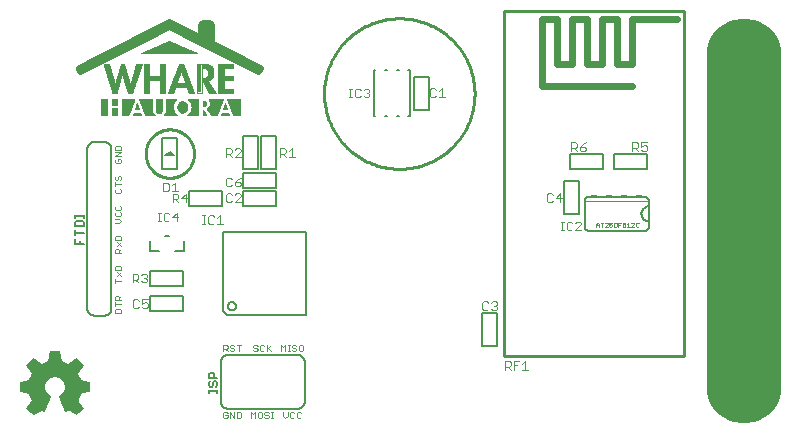
<source format=gto>
G75*
%MOIN*%
%OFA0B0*%
%FSLAX25Y25*%
%IPPOS*%
%LPD*%
%AMOC8*
5,1,8,0,0,1.08239X$1,22.5*
%
%ADD10C,0.01000*%
%ADD11C,0.25020*%
%ADD12R,0.25000X1.10000*%
%ADD13C,0.00600*%
%ADD14C,0.00300*%
%ADD15C,0.00500*%
%ADD16C,0.02400*%
%ADD17C,0.00200*%
%ADD18R,0.02000X0.00500*%
%ADD19C,0.04000*%
%ADD20R,0.01500X0.09300*%
D10*
X0070521Y0101000D02*
X0070523Y0101198D01*
X0070531Y0101396D01*
X0070543Y0101593D01*
X0070560Y0101790D01*
X0070582Y0101987D01*
X0070608Y0102183D01*
X0070640Y0102378D01*
X0070676Y0102573D01*
X0070717Y0102766D01*
X0070763Y0102959D01*
X0070813Y0103150D01*
X0070868Y0103340D01*
X0070928Y0103529D01*
X0070992Y0103716D01*
X0071061Y0103901D01*
X0071135Y0104085D01*
X0071213Y0104267D01*
X0071295Y0104447D01*
X0071382Y0104625D01*
X0071473Y0104800D01*
X0071568Y0104974D01*
X0071668Y0105145D01*
X0071772Y0105313D01*
X0071880Y0105479D01*
X0071992Y0105642D01*
X0072108Y0105803D01*
X0072227Y0105960D01*
X0072351Y0106114D01*
X0072478Y0106266D01*
X0072609Y0106414D01*
X0072744Y0106559D01*
X0072882Y0106701D01*
X0073024Y0106839D01*
X0073169Y0106974D01*
X0073317Y0107105D01*
X0073469Y0107232D01*
X0073623Y0107356D01*
X0073780Y0107475D01*
X0073941Y0107591D01*
X0074104Y0107703D01*
X0074270Y0107811D01*
X0074438Y0107915D01*
X0074609Y0108015D01*
X0074783Y0108110D01*
X0074958Y0108201D01*
X0075136Y0108288D01*
X0075316Y0108370D01*
X0075498Y0108448D01*
X0075682Y0108522D01*
X0075867Y0108591D01*
X0076054Y0108655D01*
X0076243Y0108715D01*
X0076433Y0108770D01*
X0076624Y0108820D01*
X0076817Y0108866D01*
X0077010Y0108907D01*
X0077205Y0108943D01*
X0077400Y0108975D01*
X0077596Y0109001D01*
X0077793Y0109023D01*
X0077990Y0109040D01*
X0078187Y0109052D01*
X0078385Y0109060D01*
X0078583Y0109062D01*
X0078781Y0109060D01*
X0078979Y0109052D01*
X0079176Y0109040D01*
X0079373Y0109023D01*
X0079570Y0109001D01*
X0079766Y0108975D01*
X0079961Y0108943D01*
X0080156Y0108907D01*
X0080349Y0108866D01*
X0080542Y0108820D01*
X0080733Y0108770D01*
X0080923Y0108715D01*
X0081112Y0108655D01*
X0081299Y0108591D01*
X0081484Y0108522D01*
X0081668Y0108448D01*
X0081850Y0108370D01*
X0082030Y0108288D01*
X0082208Y0108201D01*
X0082383Y0108110D01*
X0082557Y0108015D01*
X0082728Y0107915D01*
X0082896Y0107811D01*
X0083062Y0107703D01*
X0083225Y0107591D01*
X0083386Y0107475D01*
X0083543Y0107356D01*
X0083697Y0107232D01*
X0083849Y0107105D01*
X0083997Y0106974D01*
X0084142Y0106839D01*
X0084284Y0106701D01*
X0084422Y0106559D01*
X0084557Y0106414D01*
X0084688Y0106266D01*
X0084815Y0106114D01*
X0084939Y0105960D01*
X0085058Y0105803D01*
X0085174Y0105642D01*
X0085286Y0105479D01*
X0085394Y0105313D01*
X0085498Y0105145D01*
X0085598Y0104974D01*
X0085693Y0104800D01*
X0085784Y0104625D01*
X0085871Y0104447D01*
X0085953Y0104267D01*
X0086031Y0104085D01*
X0086105Y0103901D01*
X0086174Y0103716D01*
X0086238Y0103529D01*
X0086298Y0103340D01*
X0086353Y0103150D01*
X0086403Y0102959D01*
X0086449Y0102766D01*
X0086490Y0102573D01*
X0086526Y0102378D01*
X0086558Y0102183D01*
X0086584Y0101987D01*
X0086606Y0101790D01*
X0086623Y0101593D01*
X0086635Y0101396D01*
X0086643Y0101198D01*
X0086645Y0101000D01*
X0086643Y0100802D01*
X0086635Y0100604D01*
X0086623Y0100407D01*
X0086606Y0100210D01*
X0086584Y0100013D01*
X0086558Y0099817D01*
X0086526Y0099622D01*
X0086490Y0099427D01*
X0086449Y0099234D01*
X0086403Y0099041D01*
X0086353Y0098850D01*
X0086298Y0098660D01*
X0086238Y0098471D01*
X0086174Y0098284D01*
X0086105Y0098099D01*
X0086031Y0097915D01*
X0085953Y0097733D01*
X0085871Y0097553D01*
X0085784Y0097375D01*
X0085693Y0097200D01*
X0085598Y0097026D01*
X0085498Y0096855D01*
X0085394Y0096687D01*
X0085286Y0096521D01*
X0085174Y0096358D01*
X0085058Y0096197D01*
X0084939Y0096040D01*
X0084815Y0095886D01*
X0084688Y0095734D01*
X0084557Y0095586D01*
X0084422Y0095441D01*
X0084284Y0095299D01*
X0084142Y0095161D01*
X0083997Y0095026D01*
X0083849Y0094895D01*
X0083697Y0094768D01*
X0083543Y0094644D01*
X0083386Y0094525D01*
X0083225Y0094409D01*
X0083062Y0094297D01*
X0082896Y0094189D01*
X0082728Y0094085D01*
X0082557Y0093985D01*
X0082383Y0093890D01*
X0082208Y0093799D01*
X0082030Y0093712D01*
X0081850Y0093630D01*
X0081668Y0093552D01*
X0081484Y0093478D01*
X0081299Y0093409D01*
X0081112Y0093345D01*
X0080923Y0093285D01*
X0080733Y0093230D01*
X0080542Y0093180D01*
X0080349Y0093134D01*
X0080156Y0093093D01*
X0079961Y0093057D01*
X0079766Y0093025D01*
X0079570Y0092999D01*
X0079373Y0092977D01*
X0079176Y0092960D01*
X0078979Y0092948D01*
X0078781Y0092940D01*
X0078583Y0092938D01*
X0078385Y0092940D01*
X0078187Y0092948D01*
X0077990Y0092960D01*
X0077793Y0092977D01*
X0077596Y0092999D01*
X0077400Y0093025D01*
X0077205Y0093057D01*
X0077010Y0093093D01*
X0076817Y0093134D01*
X0076624Y0093180D01*
X0076433Y0093230D01*
X0076243Y0093285D01*
X0076054Y0093345D01*
X0075867Y0093409D01*
X0075682Y0093478D01*
X0075498Y0093552D01*
X0075316Y0093630D01*
X0075136Y0093712D01*
X0074958Y0093799D01*
X0074783Y0093890D01*
X0074609Y0093985D01*
X0074438Y0094085D01*
X0074270Y0094189D01*
X0074104Y0094297D01*
X0073941Y0094409D01*
X0073780Y0094525D01*
X0073623Y0094644D01*
X0073469Y0094768D01*
X0073317Y0094895D01*
X0073169Y0095026D01*
X0073024Y0095161D01*
X0072882Y0095299D01*
X0072744Y0095441D01*
X0072609Y0095586D01*
X0072478Y0095734D01*
X0072351Y0095886D01*
X0072227Y0096040D01*
X0072108Y0096197D01*
X0071992Y0096358D01*
X0071880Y0096521D01*
X0071772Y0096687D01*
X0071668Y0096855D01*
X0071568Y0097026D01*
X0071473Y0097200D01*
X0071382Y0097375D01*
X0071295Y0097553D01*
X0071213Y0097733D01*
X0071135Y0097915D01*
X0071061Y0098099D01*
X0070992Y0098284D01*
X0070928Y0098471D01*
X0070868Y0098660D01*
X0070813Y0098850D01*
X0070763Y0099041D01*
X0070717Y0099234D01*
X0070676Y0099427D01*
X0070640Y0099622D01*
X0070608Y0099817D01*
X0070582Y0100013D01*
X0070560Y0100210D01*
X0070543Y0100407D01*
X0070531Y0100604D01*
X0070523Y0100802D01*
X0070521Y0101000D01*
X0130003Y0121000D02*
X0130011Y0121615D01*
X0130033Y0122231D01*
X0130071Y0122845D01*
X0130124Y0123458D01*
X0130192Y0124070D01*
X0130274Y0124680D01*
X0130372Y0125288D01*
X0130485Y0125893D01*
X0130612Y0126495D01*
X0130755Y0127094D01*
X0130911Y0127689D01*
X0131083Y0128280D01*
X0131269Y0128867D01*
X0131469Y0129449D01*
X0131684Y0130026D01*
X0131912Y0130598D01*
X0132155Y0131163D01*
X0132411Y0131723D01*
X0132681Y0132276D01*
X0132964Y0132823D01*
X0133261Y0133362D01*
X0133571Y0133894D01*
X0133894Y0134418D01*
X0134230Y0134934D01*
X0134578Y0135441D01*
X0134939Y0135940D01*
X0135311Y0136430D01*
X0135696Y0136911D01*
X0136092Y0137382D01*
X0136500Y0137843D01*
X0136919Y0138294D01*
X0137349Y0138734D01*
X0137789Y0139164D01*
X0138240Y0139583D01*
X0138701Y0139991D01*
X0139172Y0140387D01*
X0139653Y0140772D01*
X0140143Y0141144D01*
X0140642Y0141505D01*
X0141149Y0141853D01*
X0141665Y0142189D01*
X0142189Y0142512D01*
X0142721Y0142822D01*
X0143260Y0143119D01*
X0143807Y0143402D01*
X0144360Y0143672D01*
X0144920Y0143928D01*
X0145485Y0144171D01*
X0146057Y0144399D01*
X0146634Y0144614D01*
X0147216Y0144814D01*
X0147803Y0145000D01*
X0148394Y0145172D01*
X0148989Y0145328D01*
X0149588Y0145471D01*
X0150190Y0145598D01*
X0150795Y0145711D01*
X0151403Y0145809D01*
X0152013Y0145891D01*
X0152625Y0145959D01*
X0153238Y0146012D01*
X0153852Y0146050D01*
X0154468Y0146072D01*
X0155083Y0146080D01*
X0155698Y0146072D01*
X0156314Y0146050D01*
X0156928Y0146012D01*
X0157541Y0145959D01*
X0158153Y0145891D01*
X0158763Y0145809D01*
X0159371Y0145711D01*
X0159976Y0145598D01*
X0160578Y0145471D01*
X0161177Y0145328D01*
X0161772Y0145172D01*
X0162363Y0145000D01*
X0162950Y0144814D01*
X0163532Y0144614D01*
X0164109Y0144399D01*
X0164681Y0144171D01*
X0165246Y0143928D01*
X0165806Y0143672D01*
X0166359Y0143402D01*
X0166906Y0143119D01*
X0167445Y0142822D01*
X0167977Y0142512D01*
X0168501Y0142189D01*
X0169017Y0141853D01*
X0169524Y0141505D01*
X0170023Y0141144D01*
X0170513Y0140772D01*
X0170994Y0140387D01*
X0171465Y0139991D01*
X0171926Y0139583D01*
X0172377Y0139164D01*
X0172817Y0138734D01*
X0173247Y0138294D01*
X0173666Y0137843D01*
X0174074Y0137382D01*
X0174470Y0136911D01*
X0174855Y0136430D01*
X0175227Y0135940D01*
X0175588Y0135441D01*
X0175936Y0134934D01*
X0176272Y0134418D01*
X0176595Y0133894D01*
X0176905Y0133362D01*
X0177202Y0132823D01*
X0177485Y0132276D01*
X0177755Y0131723D01*
X0178011Y0131163D01*
X0178254Y0130598D01*
X0178482Y0130026D01*
X0178697Y0129449D01*
X0178897Y0128867D01*
X0179083Y0128280D01*
X0179255Y0127689D01*
X0179411Y0127094D01*
X0179554Y0126495D01*
X0179681Y0125893D01*
X0179794Y0125288D01*
X0179892Y0124680D01*
X0179974Y0124070D01*
X0180042Y0123458D01*
X0180095Y0122845D01*
X0180133Y0122231D01*
X0180155Y0121615D01*
X0180163Y0121000D01*
X0180155Y0120385D01*
X0180133Y0119769D01*
X0180095Y0119155D01*
X0180042Y0118542D01*
X0179974Y0117930D01*
X0179892Y0117320D01*
X0179794Y0116712D01*
X0179681Y0116107D01*
X0179554Y0115505D01*
X0179411Y0114906D01*
X0179255Y0114311D01*
X0179083Y0113720D01*
X0178897Y0113133D01*
X0178697Y0112551D01*
X0178482Y0111974D01*
X0178254Y0111402D01*
X0178011Y0110837D01*
X0177755Y0110277D01*
X0177485Y0109724D01*
X0177202Y0109177D01*
X0176905Y0108638D01*
X0176595Y0108106D01*
X0176272Y0107582D01*
X0175936Y0107066D01*
X0175588Y0106559D01*
X0175227Y0106060D01*
X0174855Y0105570D01*
X0174470Y0105089D01*
X0174074Y0104618D01*
X0173666Y0104157D01*
X0173247Y0103706D01*
X0172817Y0103266D01*
X0172377Y0102836D01*
X0171926Y0102417D01*
X0171465Y0102009D01*
X0170994Y0101613D01*
X0170513Y0101228D01*
X0170023Y0100856D01*
X0169524Y0100495D01*
X0169017Y0100147D01*
X0168501Y0099811D01*
X0167977Y0099488D01*
X0167445Y0099178D01*
X0166906Y0098881D01*
X0166359Y0098598D01*
X0165806Y0098328D01*
X0165246Y0098072D01*
X0164681Y0097829D01*
X0164109Y0097601D01*
X0163532Y0097386D01*
X0162950Y0097186D01*
X0162363Y0097000D01*
X0161772Y0096828D01*
X0161177Y0096672D01*
X0160578Y0096529D01*
X0159976Y0096402D01*
X0159371Y0096289D01*
X0158763Y0096191D01*
X0158153Y0096109D01*
X0157541Y0096041D01*
X0156928Y0095988D01*
X0156314Y0095950D01*
X0155698Y0095928D01*
X0155083Y0095920D01*
X0154468Y0095928D01*
X0153852Y0095950D01*
X0153238Y0095988D01*
X0152625Y0096041D01*
X0152013Y0096109D01*
X0151403Y0096191D01*
X0150795Y0096289D01*
X0150190Y0096402D01*
X0149588Y0096529D01*
X0148989Y0096672D01*
X0148394Y0096828D01*
X0147803Y0097000D01*
X0147216Y0097186D01*
X0146634Y0097386D01*
X0146057Y0097601D01*
X0145485Y0097829D01*
X0144920Y0098072D01*
X0144360Y0098328D01*
X0143807Y0098598D01*
X0143260Y0098881D01*
X0142721Y0099178D01*
X0142189Y0099488D01*
X0141665Y0099811D01*
X0141149Y0100147D01*
X0140642Y0100495D01*
X0140143Y0100856D01*
X0139653Y0101228D01*
X0139172Y0101613D01*
X0138701Y0102009D01*
X0138240Y0102417D01*
X0137789Y0102836D01*
X0137349Y0103266D01*
X0136919Y0103706D01*
X0136500Y0104157D01*
X0136092Y0104618D01*
X0135696Y0105089D01*
X0135311Y0105570D01*
X0134939Y0106060D01*
X0134578Y0106559D01*
X0134230Y0107066D01*
X0133894Y0107582D01*
X0133571Y0108106D01*
X0133261Y0108638D01*
X0132964Y0109177D01*
X0132681Y0109724D01*
X0132411Y0110277D01*
X0132155Y0110837D01*
X0131912Y0111402D01*
X0131684Y0111974D01*
X0131469Y0112551D01*
X0131269Y0113133D01*
X0131083Y0113720D01*
X0130911Y0114311D01*
X0130755Y0114906D01*
X0130612Y0115505D01*
X0130485Y0116107D01*
X0130372Y0116712D01*
X0130274Y0117320D01*
X0130192Y0117930D01*
X0130124Y0118542D01*
X0130071Y0119155D01*
X0130033Y0119769D01*
X0130011Y0120385D01*
X0130003Y0121000D01*
X0190012Y0148434D02*
X0250012Y0148434D01*
X0250012Y0033434D01*
X0190012Y0033434D01*
X0190012Y0148434D01*
D11*
X0270083Y0133500D03*
X0270083Y0023500D03*
D12*
X0270083Y0078500D03*
D13*
X0238283Y0078500D02*
X0238283Y0083500D01*
X0238283Y0085200D01*
X0238281Y0085276D01*
X0238275Y0085352D01*
X0238266Y0085427D01*
X0238252Y0085502D01*
X0238235Y0085576D01*
X0238214Y0085649D01*
X0238190Y0085721D01*
X0238161Y0085792D01*
X0238130Y0085861D01*
X0238095Y0085928D01*
X0238056Y0085993D01*
X0238014Y0086057D01*
X0237969Y0086118D01*
X0237921Y0086177D01*
X0237870Y0086233D01*
X0237816Y0086287D01*
X0237760Y0086338D01*
X0237701Y0086386D01*
X0237640Y0086431D01*
X0237576Y0086473D01*
X0237511Y0086512D01*
X0237444Y0086547D01*
X0237375Y0086578D01*
X0237304Y0086607D01*
X0237232Y0086631D01*
X0237159Y0086652D01*
X0237085Y0086669D01*
X0237010Y0086683D01*
X0236935Y0086692D01*
X0236859Y0086698D01*
X0236783Y0086700D01*
X0218383Y0086700D01*
X0218307Y0086698D01*
X0218231Y0086692D01*
X0218156Y0086683D01*
X0218081Y0086669D01*
X0218007Y0086652D01*
X0217934Y0086631D01*
X0217862Y0086607D01*
X0217791Y0086578D01*
X0217722Y0086547D01*
X0217655Y0086512D01*
X0217590Y0086473D01*
X0217526Y0086431D01*
X0217465Y0086386D01*
X0217406Y0086338D01*
X0217350Y0086287D01*
X0217296Y0086233D01*
X0217245Y0086177D01*
X0217197Y0086118D01*
X0217152Y0086057D01*
X0217110Y0085993D01*
X0217071Y0085928D01*
X0217036Y0085861D01*
X0217005Y0085792D01*
X0216976Y0085721D01*
X0216952Y0085649D01*
X0216931Y0085576D01*
X0216914Y0085502D01*
X0216900Y0085427D01*
X0216891Y0085352D01*
X0216885Y0085276D01*
X0216883Y0085200D01*
X0216883Y0076800D01*
X0216885Y0076724D01*
X0216891Y0076648D01*
X0216900Y0076573D01*
X0216914Y0076498D01*
X0216931Y0076424D01*
X0216952Y0076351D01*
X0216976Y0076279D01*
X0217005Y0076208D01*
X0217036Y0076139D01*
X0217071Y0076072D01*
X0217110Y0076007D01*
X0217152Y0075943D01*
X0217197Y0075882D01*
X0217245Y0075823D01*
X0217296Y0075767D01*
X0217350Y0075713D01*
X0217406Y0075662D01*
X0217465Y0075614D01*
X0217526Y0075569D01*
X0217590Y0075527D01*
X0217655Y0075488D01*
X0217722Y0075453D01*
X0217791Y0075422D01*
X0217862Y0075393D01*
X0217934Y0075369D01*
X0218007Y0075348D01*
X0218081Y0075331D01*
X0218156Y0075317D01*
X0218231Y0075308D01*
X0218307Y0075302D01*
X0218383Y0075300D01*
X0236783Y0075300D01*
X0236859Y0075302D01*
X0236935Y0075308D01*
X0237010Y0075317D01*
X0237085Y0075331D01*
X0237159Y0075348D01*
X0237232Y0075369D01*
X0237304Y0075393D01*
X0237375Y0075422D01*
X0237444Y0075453D01*
X0237511Y0075488D01*
X0237576Y0075527D01*
X0237640Y0075569D01*
X0237701Y0075614D01*
X0237760Y0075662D01*
X0237816Y0075713D01*
X0237870Y0075767D01*
X0237921Y0075823D01*
X0237969Y0075882D01*
X0238014Y0075943D01*
X0238056Y0076007D01*
X0238095Y0076072D01*
X0238130Y0076139D01*
X0238161Y0076208D01*
X0238190Y0076279D01*
X0238214Y0076351D01*
X0238235Y0076424D01*
X0238252Y0076498D01*
X0238266Y0076573D01*
X0238275Y0076648D01*
X0238281Y0076724D01*
X0238283Y0076800D01*
X0238283Y0078500D01*
X0238185Y0078502D01*
X0238087Y0078508D01*
X0237989Y0078517D01*
X0237892Y0078531D01*
X0237795Y0078548D01*
X0237699Y0078569D01*
X0237604Y0078594D01*
X0237510Y0078622D01*
X0237418Y0078655D01*
X0237326Y0078690D01*
X0237236Y0078730D01*
X0237148Y0078772D01*
X0237061Y0078819D01*
X0236977Y0078868D01*
X0236894Y0078921D01*
X0236814Y0078977D01*
X0236735Y0079037D01*
X0236659Y0079099D01*
X0236586Y0079164D01*
X0236515Y0079232D01*
X0236447Y0079303D01*
X0236382Y0079376D01*
X0236320Y0079452D01*
X0236260Y0079531D01*
X0236204Y0079611D01*
X0236151Y0079694D01*
X0236102Y0079778D01*
X0236055Y0079865D01*
X0236013Y0079953D01*
X0235973Y0080043D01*
X0235938Y0080135D01*
X0235905Y0080227D01*
X0235877Y0080321D01*
X0235852Y0080416D01*
X0235831Y0080512D01*
X0235814Y0080609D01*
X0235800Y0080706D01*
X0235791Y0080804D01*
X0235785Y0080902D01*
X0235783Y0081000D01*
X0235785Y0081098D01*
X0235791Y0081196D01*
X0235800Y0081294D01*
X0235814Y0081391D01*
X0235831Y0081488D01*
X0235852Y0081584D01*
X0235877Y0081679D01*
X0235905Y0081773D01*
X0235938Y0081865D01*
X0235973Y0081957D01*
X0236013Y0082047D01*
X0236055Y0082135D01*
X0236102Y0082222D01*
X0236151Y0082306D01*
X0236204Y0082389D01*
X0236260Y0082469D01*
X0236320Y0082548D01*
X0236382Y0082624D01*
X0236447Y0082697D01*
X0236515Y0082768D01*
X0236586Y0082836D01*
X0236659Y0082901D01*
X0236735Y0082963D01*
X0236814Y0083023D01*
X0236894Y0083079D01*
X0236977Y0083132D01*
X0237061Y0083181D01*
X0237148Y0083228D01*
X0237236Y0083270D01*
X0237326Y0083310D01*
X0237418Y0083345D01*
X0237510Y0083378D01*
X0237604Y0083406D01*
X0237699Y0083431D01*
X0237795Y0083452D01*
X0237892Y0083469D01*
X0237989Y0083483D01*
X0238087Y0083492D01*
X0238185Y0083498D01*
X0238283Y0083500D01*
X0123883Y0074799D02*
X0123883Y0047201D01*
X0097682Y0047201D01*
X0096284Y0048598D01*
X0096284Y0074799D01*
X0123883Y0074799D01*
X0097869Y0050200D02*
X0097871Y0050275D01*
X0097877Y0050349D01*
X0097887Y0050423D01*
X0097900Y0050496D01*
X0097918Y0050569D01*
X0097939Y0050640D01*
X0097964Y0050711D01*
X0097993Y0050780D01*
X0098026Y0050847D01*
X0098062Y0050912D01*
X0098101Y0050976D01*
X0098143Y0051037D01*
X0098189Y0051096D01*
X0098238Y0051153D01*
X0098290Y0051206D01*
X0098344Y0051257D01*
X0098401Y0051306D01*
X0098461Y0051350D01*
X0098523Y0051392D01*
X0098587Y0051431D01*
X0098653Y0051466D01*
X0098720Y0051497D01*
X0098790Y0051525D01*
X0098860Y0051549D01*
X0098932Y0051570D01*
X0099005Y0051586D01*
X0099078Y0051599D01*
X0099153Y0051608D01*
X0099227Y0051613D01*
X0099302Y0051614D01*
X0099376Y0051611D01*
X0099451Y0051604D01*
X0099524Y0051593D01*
X0099598Y0051579D01*
X0099670Y0051560D01*
X0099741Y0051538D01*
X0099811Y0051512D01*
X0099880Y0051482D01*
X0099946Y0051449D01*
X0100011Y0051412D01*
X0100074Y0051372D01*
X0100135Y0051328D01*
X0100193Y0051282D01*
X0100249Y0051232D01*
X0100302Y0051180D01*
X0100353Y0051125D01*
X0100400Y0051067D01*
X0100444Y0051007D01*
X0100485Y0050944D01*
X0100523Y0050880D01*
X0100557Y0050814D01*
X0100588Y0050745D01*
X0100615Y0050676D01*
X0100638Y0050605D01*
X0100657Y0050533D01*
X0100673Y0050460D01*
X0100685Y0050386D01*
X0100693Y0050312D01*
X0100697Y0050237D01*
X0100697Y0050163D01*
X0100693Y0050088D01*
X0100685Y0050014D01*
X0100673Y0049940D01*
X0100657Y0049867D01*
X0100638Y0049795D01*
X0100615Y0049724D01*
X0100588Y0049655D01*
X0100557Y0049586D01*
X0100523Y0049520D01*
X0100485Y0049456D01*
X0100444Y0049393D01*
X0100400Y0049333D01*
X0100353Y0049275D01*
X0100302Y0049220D01*
X0100249Y0049168D01*
X0100193Y0049118D01*
X0100135Y0049072D01*
X0100074Y0049028D01*
X0100011Y0048988D01*
X0099946Y0048951D01*
X0099880Y0048918D01*
X0099811Y0048888D01*
X0099741Y0048862D01*
X0099670Y0048840D01*
X0099598Y0048821D01*
X0099524Y0048807D01*
X0099451Y0048796D01*
X0099376Y0048789D01*
X0099302Y0048786D01*
X0099227Y0048787D01*
X0099153Y0048792D01*
X0099078Y0048801D01*
X0099005Y0048814D01*
X0098932Y0048830D01*
X0098860Y0048851D01*
X0098790Y0048875D01*
X0098720Y0048903D01*
X0098653Y0048934D01*
X0098587Y0048969D01*
X0098523Y0049008D01*
X0098461Y0049050D01*
X0098401Y0049094D01*
X0098344Y0049143D01*
X0098290Y0049194D01*
X0098238Y0049247D01*
X0098189Y0049304D01*
X0098143Y0049363D01*
X0098101Y0049424D01*
X0098062Y0049488D01*
X0098026Y0049553D01*
X0097993Y0049620D01*
X0097964Y0049689D01*
X0097939Y0049760D01*
X0097918Y0049831D01*
X0097900Y0049904D01*
X0097887Y0049977D01*
X0097877Y0050051D01*
X0097871Y0050125D01*
X0097869Y0050200D01*
D14*
X0032583Y0018800D02*
X0030783Y0016200D01*
X0032983Y0014100D01*
X0035483Y0015700D01*
X0036583Y0015100D01*
X0038683Y0020200D01*
X0037483Y0020800D01*
X0036683Y0022000D01*
X0036483Y0023500D01*
X0037083Y0025300D01*
X0038283Y0026500D01*
X0039783Y0027000D01*
X0041383Y0026800D01*
X0042983Y0025700D01*
X0043683Y0024200D01*
X0043683Y0022500D01*
X0042883Y0020900D01*
X0041583Y0020200D01*
X0043583Y0015100D01*
X0044783Y0015800D01*
X0047283Y0014100D01*
X0049483Y0016200D01*
X0047783Y0018700D01*
X0048883Y0021400D01*
X0051783Y0021900D01*
X0051783Y0024900D01*
X0048783Y0025500D01*
X0047583Y0027900D01*
X0049483Y0030600D01*
X0047283Y0032800D01*
X0044683Y0030900D01*
X0042183Y0032000D01*
X0041683Y0035100D01*
X0038583Y0035100D01*
X0037983Y0031900D01*
X0035583Y0030900D01*
X0032983Y0032800D01*
X0030783Y0030600D01*
X0032583Y0027900D01*
X0031483Y0025500D01*
X0028483Y0024900D01*
X0028483Y0021900D01*
X0031483Y0021300D01*
X0037150Y0021300D01*
X0037349Y0021002D02*
X0031615Y0021002D01*
X0031483Y0021300D02*
X0032583Y0018800D01*
X0032534Y0018912D02*
X0038153Y0018912D01*
X0038276Y0019210D02*
X0032403Y0019210D01*
X0032271Y0019509D02*
X0038399Y0019509D01*
X0038522Y0019808D02*
X0032140Y0019808D01*
X0032009Y0020106D02*
X0038645Y0020106D01*
X0038274Y0020405D02*
X0031877Y0020405D01*
X0031746Y0020703D02*
X0037677Y0020703D01*
X0036951Y0021599D02*
X0029990Y0021599D01*
X0028498Y0021897D02*
X0036752Y0021897D01*
X0036657Y0022196D02*
X0028483Y0022196D01*
X0028483Y0022494D02*
X0036617Y0022494D01*
X0036578Y0022793D02*
X0028483Y0022793D01*
X0028483Y0023091D02*
X0036538Y0023091D01*
X0036498Y0023390D02*
X0028483Y0023390D01*
X0028483Y0023688D02*
X0036546Y0023688D01*
X0036646Y0023987D02*
X0028483Y0023987D01*
X0028483Y0024285D02*
X0036745Y0024285D01*
X0036845Y0024584D02*
X0028483Y0024584D01*
X0028483Y0024882D02*
X0036944Y0024882D01*
X0037044Y0025181D02*
X0029887Y0025181D01*
X0031379Y0025479D02*
X0037263Y0025479D01*
X0037561Y0025778D02*
X0031611Y0025778D01*
X0031747Y0026076D02*
X0037860Y0026076D01*
X0038158Y0026375D02*
X0031884Y0026375D01*
X0032021Y0026673D02*
X0038803Y0026673D01*
X0039699Y0026972D02*
X0032158Y0026972D01*
X0032295Y0027270D02*
X0047898Y0027270D01*
X0048047Y0026972D02*
X0040009Y0026972D01*
X0041568Y0026673D02*
X0048197Y0026673D01*
X0048346Y0026375D02*
X0042002Y0026375D01*
X0042436Y0026076D02*
X0048495Y0026076D01*
X0048644Y0025778D02*
X0042870Y0025778D01*
X0043086Y0025479D02*
X0048887Y0025479D01*
X0050380Y0025181D02*
X0043226Y0025181D01*
X0043365Y0024882D02*
X0051783Y0024882D01*
X0051783Y0024584D02*
X0043504Y0024584D01*
X0043644Y0024285D02*
X0051783Y0024285D01*
X0051783Y0023987D02*
X0043683Y0023987D01*
X0043683Y0023688D02*
X0051783Y0023688D01*
X0051783Y0023390D02*
X0043683Y0023390D01*
X0043683Y0023091D02*
X0051783Y0023091D01*
X0051783Y0022793D02*
X0043683Y0022793D01*
X0043680Y0022494D02*
X0051783Y0022494D01*
X0051783Y0022196D02*
X0043531Y0022196D01*
X0043382Y0021897D02*
X0051766Y0021897D01*
X0050035Y0021599D02*
X0043233Y0021599D01*
X0043083Y0021300D02*
X0048843Y0021300D01*
X0048721Y0021002D02*
X0042934Y0021002D01*
X0042518Y0020703D02*
X0048599Y0020703D01*
X0048478Y0020405D02*
X0041963Y0020405D01*
X0041620Y0020106D02*
X0048356Y0020106D01*
X0048235Y0019808D02*
X0041737Y0019808D01*
X0041854Y0019509D02*
X0048113Y0019509D01*
X0047991Y0019210D02*
X0041971Y0019210D01*
X0042088Y0018912D02*
X0047870Y0018912D01*
X0047842Y0018613D02*
X0042206Y0018613D01*
X0042323Y0018315D02*
X0048045Y0018315D01*
X0048248Y0018016D02*
X0042440Y0018016D01*
X0042557Y0017718D02*
X0048451Y0017718D01*
X0048654Y0017419D02*
X0042674Y0017419D01*
X0042791Y0017121D02*
X0048857Y0017121D01*
X0049060Y0016822D02*
X0042908Y0016822D01*
X0043025Y0016524D02*
X0049263Y0016524D01*
X0049466Y0016225D02*
X0043142Y0016225D01*
X0043259Y0015927D02*
X0049197Y0015927D01*
X0048884Y0015628D02*
X0045036Y0015628D01*
X0045475Y0015330D02*
X0048572Y0015330D01*
X0048259Y0015031D02*
X0045914Y0015031D01*
X0046353Y0014733D02*
X0047946Y0014733D01*
X0047634Y0014434D02*
X0046792Y0014434D01*
X0047231Y0014136D02*
X0047321Y0014136D01*
X0044489Y0015628D02*
X0043376Y0015628D01*
X0043493Y0015330D02*
X0043977Y0015330D01*
X0037784Y0018016D02*
X0032041Y0018016D01*
X0031834Y0017718D02*
X0037661Y0017718D01*
X0037538Y0017419D02*
X0031628Y0017419D01*
X0031421Y0017121D02*
X0037415Y0017121D01*
X0037293Y0016822D02*
X0031214Y0016822D01*
X0031008Y0016524D02*
X0037170Y0016524D01*
X0037047Y0016225D02*
X0030801Y0016225D01*
X0031069Y0015927D02*
X0036924Y0015927D01*
X0036801Y0015628D02*
X0035615Y0015628D01*
X0035371Y0015628D02*
X0031382Y0015628D01*
X0031695Y0015330D02*
X0034905Y0015330D01*
X0034439Y0015031D02*
X0032008Y0015031D01*
X0032320Y0014733D02*
X0033972Y0014733D01*
X0033506Y0014434D02*
X0032633Y0014434D01*
X0032946Y0014136D02*
X0033039Y0014136D01*
X0036162Y0015330D02*
X0036678Y0015330D01*
X0037907Y0018315D02*
X0032248Y0018315D01*
X0032454Y0018613D02*
X0038030Y0018613D01*
X0038683Y0020200D02*
X0038578Y0020250D01*
X0038474Y0020304D01*
X0038373Y0020362D01*
X0038273Y0020423D01*
X0038176Y0020487D01*
X0038080Y0020555D01*
X0037987Y0020625D01*
X0037897Y0020699D01*
X0037809Y0020776D01*
X0037724Y0020856D01*
X0037641Y0020938D01*
X0037561Y0021023D01*
X0037484Y0021111D01*
X0037411Y0021202D01*
X0037340Y0021295D01*
X0037272Y0021390D01*
X0037208Y0021487D01*
X0037147Y0021587D01*
X0037089Y0021688D01*
X0037035Y0021792D01*
X0036984Y0021897D01*
X0036937Y0022004D01*
X0036894Y0022112D01*
X0036854Y0022222D01*
X0036818Y0022333D01*
X0036785Y0022445D01*
X0036757Y0022558D01*
X0036732Y0022672D01*
X0036711Y0022787D01*
X0036694Y0022903D01*
X0036681Y0023019D01*
X0036672Y0023135D01*
X0036666Y0023252D01*
X0036665Y0023368D01*
X0036668Y0023485D01*
X0036674Y0023602D01*
X0036685Y0023718D01*
X0036699Y0023834D01*
X0036717Y0023949D01*
X0036739Y0024064D01*
X0036765Y0024178D01*
X0036795Y0024290D01*
X0036828Y0024402D01*
X0036866Y0024513D01*
X0036907Y0024622D01*
X0036951Y0024730D01*
X0037000Y0024836D01*
X0037052Y0024941D01*
X0037107Y0025044D01*
X0037166Y0025145D01*
X0037228Y0025244D01*
X0037293Y0025340D01*
X0037362Y0025435D01*
X0037433Y0025527D01*
X0037508Y0025617D01*
X0037586Y0025704D01*
X0037667Y0025788D01*
X0037750Y0025870D01*
X0037836Y0025948D01*
X0037925Y0026024D01*
X0038016Y0026097D01*
X0038110Y0026167D01*
X0038206Y0026233D01*
X0038304Y0026297D01*
X0038404Y0026356D01*
X0038506Y0026413D01*
X0038610Y0026466D01*
X0038716Y0026515D01*
X0038824Y0026561D01*
X0038932Y0026604D01*
X0039043Y0026642D01*
X0039154Y0026677D01*
X0039267Y0026708D01*
X0039380Y0026735D01*
X0039494Y0026759D01*
X0039610Y0026778D01*
X0039725Y0026794D01*
X0039841Y0026806D01*
X0039958Y0026814D01*
X0040075Y0026818D01*
X0040191Y0026818D01*
X0040308Y0026814D01*
X0040425Y0026806D01*
X0040541Y0026794D01*
X0040656Y0026778D01*
X0040772Y0026759D01*
X0040886Y0026735D01*
X0040999Y0026708D01*
X0041112Y0026677D01*
X0041223Y0026642D01*
X0041334Y0026604D01*
X0041442Y0026561D01*
X0041550Y0026515D01*
X0041656Y0026466D01*
X0041760Y0026413D01*
X0041862Y0026356D01*
X0041962Y0026297D01*
X0042060Y0026233D01*
X0042156Y0026167D01*
X0042250Y0026097D01*
X0042341Y0026024D01*
X0042430Y0025948D01*
X0042516Y0025870D01*
X0042599Y0025788D01*
X0042680Y0025704D01*
X0042758Y0025617D01*
X0042833Y0025527D01*
X0042904Y0025435D01*
X0042973Y0025340D01*
X0043038Y0025244D01*
X0043100Y0025145D01*
X0043159Y0025044D01*
X0043214Y0024941D01*
X0043266Y0024836D01*
X0043315Y0024730D01*
X0043359Y0024622D01*
X0043400Y0024513D01*
X0043438Y0024402D01*
X0043471Y0024290D01*
X0043501Y0024178D01*
X0043527Y0024064D01*
X0043549Y0023949D01*
X0043567Y0023834D01*
X0043581Y0023718D01*
X0043592Y0023602D01*
X0043598Y0023485D01*
X0043601Y0023368D01*
X0043600Y0023252D01*
X0043594Y0023135D01*
X0043585Y0023019D01*
X0043572Y0022903D01*
X0043555Y0022787D01*
X0043534Y0022672D01*
X0043509Y0022558D01*
X0043481Y0022445D01*
X0043448Y0022333D01*
X0043412Y0022222D01*
X0043372Y0022112D01*
X0043329Y0022004D01*
X0043282Y0021897D01*
X0043231Y0021792D01*
X0043177Y0021688D01*
X0043119Y0021587D01*
X0043058Y0021487D01*
X0042994Y0021390D01*
X0042926Y0021295D01*
X0042855Y0021202D01*
X0042782Y0021111D01*
X0042705Y0021023D01*
X0042625Y0020938D01*
X0042542Y0020856D01*
X0042457Y0020776D01*
X0042369Y0020699D01*
X0042279Y0020625D01*
X0042186Y0020555D01*
X0042090Y0020487D01*
X0041993Y0020423D01*
X0041893Y0020362D01*
X0041792Y0020304D01*
X0041688Y0020250D01*
X0041583Y0020200D01*
X0047749Y0027569D02*
X0032432Y0027569D01*
X0032568Y0027867D02*
X0047600Y0027867D01*
X0047770Y0028166D02*
X0032406Y0028166D01*
X0032207Y0028464D02*
X0047980Y0028464D01*
X0048191Y0028763D02*
X0032008Y0028763D01*
X0031809Y0029061D02*
X0048401Y0029061D01*
X0048611Y0029360D02*
X0031610Y0029360D01*
X0031411Y0029658D02*
X0048821Y0029658D01*
X0049031Y0029957D02*
X0031212Y0029957D01*
X0031013Y0030255D02*
X0049241Y0030255D01*
X0049451Y0030554D02*
X0030814Y0030554D01*
X0031036Y0030852D02*
X0049231Y0030852D01*
X0048932Y0031151D02*
X0045027Y0031151D01*
X0045435Y0031449D02*
X0048634Y0031449D01*
X0048335Y0031748D02*
X0045844Y0031748D01*
X0046252Y0032046D02*
X0048037Y0032046D01*
X0047738Y0032345D02*
X0046661Y0032345D01*
X0047069Y0032643D02*
X0047440Y0032643D01*
X0044113Y0031151D02*
X0036186Y0031151D01*
X0036902Y0031449D02*
X0043435Y0031449D01*
X0042756Y0031748D02*
X0037618Y0031748D01*
X0038011Y0032046D02*
X0042176Y0032046D01*
X0042128Y0032345D02*
X0038067Y0032345D01*
X0038123Y0032643D02*
X0042080Y0032643D01*
X0042031Y0032942D02*
X0038179Y0032942D01*
X0038235Y0033241D02*
X0041983Y0033241D01*
X0041935Y0033539D02*
X0038291Y0033539D01*
X0038347Y0033838D02*
X0041887Y0033838D01*
X0041839Y0034136D02*
X0038403Y0034136D01*
X0038459Y0034435D02*
X0041791Y0034435D01*
X0041743Y0034733D02*
X0038515Y0034733D01*
X0038570Y0035032D02*
X0041694Y0035032D01*
X0035240Y0031151D02*
X0031334Y0031151D01*
X0031633Y0031449D02*
X0034831Y0031449D01*
X0034423Y0031748D02*
X0031931Y0031748D01*
X0032230Y0032046D02*
X0034014Y0032046D01*
X0033606Y0032345D02*
X0032528Y0032345D01*
X0032827Y0032643D02*
X0033197Y0032643D01*
X0060232Y0047835D02*
X0060232Y0048886D01*
X0060582Y0049236D01*
X0061983Y0049236D01*
X0062333Y0048886D01*
X0062333Y0047835D01*
X0060232Y0047835D01*
X0060232Y0050045D02*
X0060232Y0051446D01*
X0060232Y0050746D02*
X0062333Y0050746D01*
X0062333Y0052255D02*
X0060232Y0052255D01*
X0060232Y0053306D01*
X0060582Y0053656D01*
X0061282Y0053656D01*
X0061633Y0053306D01*
X0061633Y0052255D01*
X0061633Y0052956D02*
X0062333Y0053656D01*
X0066287Y0051969D02*
X0066287Y0050034D01*
X0066771Y0049550D01*
X0067738Y0049550D01*
X0068222Y0050034D01*
X0069233Y0050034D02*
X0069717Y0049550D01*
X0070685Y0049550D01*
X0071168Y0050034D01*
X0071168Y0051001D01*
X0070685Y0051485D01*
X0070201Y0051485D01*
X0069233Y0051001D01*
X0069233Y0052452D01*
X0071168Y0052452D01*
X0068222Y0051969D02*
X0067738Y0052452D01*
X0066771Y0052452D01*
X0066287Y0051969D01*
X0066142Y0058050D02*
X0066142Y0060952D01*
X0067593Y0060952D01*
X0068077Y0060469D01*
X0068077Y0059501D01*
X0067593Y0059017D01*
X0066142Y0059017D01*
X0067109Y0059017D02*
X0068077Y0058050D01*
X0069088Y0058534D02*
X0069572Y0058050D01*
X0070539Y0058050D01*
X0071023Y0058534D01*
X0071023Y0059017D01*
X0070539Y0059501D01*
X0070056Y0059501D01*
X0070539Y0059501D02*
X0071023Y0059985D01*
X0071023Y0060469D01*
X0070539Y0060952D01*
X0069572Y0060952D01*
X0069088Y0060469D01*
X0062333Y0060045D02*
X0060932Y0061446D01*
X0060232Y0062255D02*
X0060232Y0063306D01*
X0060582Y0063656D01*
X0061983Y0063656D01*
X0062333Y0063306D01*
X0062333Y0062255D01*
X0060232Y0062255D01*
X0062333Y0061446D02*
X0060932Y0060045D01*
X0060232Y0059236D02*
X0060232Y0057835D01*
X0060232Y0058536D02*
X0062333Y0058536D01*
X0062333Y0067835D02*
X0060232Y0067835D01*
X0060232Y0068886D01*
X0060582Y0069236D01*
X0061282Y0069236D01*
X0061633Y0068886D01*
X0061633Y0067835D01*
X0061633Y0068536D02*
X0062333Y0069236D01*
X0062333Y0070045D02*
X0060932Y0071446D01*
X0060232Y0072255D02*
X0060232Y0073306D01*
X0060582Y0073656D01*
X0061983Y0073656D01*
X0062333Y0073306D01*
X0062333Y0072255D01*
X0060232Y0072255D01*
X0062333Y0071446D02*
X0060932Y0070045D01*
X0060232Y0077835D02*
X0061633Y0077835D01*
X0062333Y0078536D01*
X0061633Y0079236D01*
X0060232Y0079236D01*
X0060582Y0080045D02*
X0061983Y0080045D01*
X0062333Y0080395D01*
X0062333Y0081096D01*
X0061983Y0081446D01*
X0061983Y0082255D02*
X0060582Y0082255D01*
X0060232Y0082605D01*
X0060232Y0083306D01*
X0060582Y0083656D01*
X0061983Y0083656D02*
X0062333Y0083306D01*
X0062333Y0082605D01*
X0061983Y0082255D01*
X0060582Y0081446D02*
X0060232Y0081096D01*
X0060232Y0080395D01*
X0060582Y0080045D01*
X0060582Y0087835D02*
X0061983Y0087835D01*
X0062333Y0088185D01*
X0062333Y0088886D01*
X0061983Y0089236D01*
X0060582Y0089236D02*
X0060232Y0088886D01*
X0060232Y0088185D01*
X0060582Y0087835D01*
X0060232Y0090045D02*
X0060232Y0091446D01*
X0060232Y0090746D02*
X0062333Y0090746D01*
X0061983Y0092255D02*
X0062333Y0092605D01*
X0062333Y0093306D01*
X0061983Y0093656D01*
X0061633Y0093656D01*
X0061282Y0093306D01*
X0061282Y0092605D01*
X0060932Y0092255D01*
X0060582Y0092255D01*
X0060232Y0092605D01*
X0060232Y0093306D01*
X0060582Y0093656D01*
X0060582Y0097835D02*
X0061983Y0097835D01*
X0062333Y0098185D01*
X0062333Y0098886D01*
X0061983Y0099236D01*
X0061282Y0099236D01*
X0061282Y0098536D01*
X0060582Y0099236D02*
X0060232Y0098886D01*
X0060232Y0098185D01*
X0060582Y0097835D01*
X0060232Y0100045D02*
X0062333Y0101446D01*
X0060232Y0101446D01*
X0060232Y0102255D02*
X0060232Y0103306D01*
X0060582Y0103656D01*
X0061983Y0103656D01*
X0062333Y0103306D01*
X0062333Y0102255D01*
X0060232Y0102255D01*
X0060232Y0100045D02*
X0062333Y0100045D01*
X0076287Y0091352D02*
X0077738Y0091352D01*
X0078222Y0090869D01*
X0078222Y0088934D01*
X0077738Y0088450D01*
X0076287Y0088450D01*
X0076287Y0091352D01*
X0079233Y0090385D02*
X0080201Y0091352D01*
X0080201Y0088450D01*
X0081168Y0088450D02*
X0079233Y0088450D01*
X0079487Y0087652D02*
X0080938Y0087652D01*
X0081422Y0087169D01*
X0081422Y0086201D01*
X0080938Y0085717D01*
X0079487Y0085717D01*
X0079487Y0084750D02*
X0079487Y0087652D01*
X0082433Y0086201D02*
X0084368Y0086201D01*
X0083885Y0084750D02*
X0083885Y0087652D01*
X0082433Y0086201D01*
X0081422Y0084750D02*
X0080454Y0085717D01*
X0080887Y0081312D02*
X0079436Y0079861D01*
X0081370Y0079861D01*
X0080887Y0078410D02*
X0080887Y0081312D01*
X0078424Y0080829D02*
X0077940Y0081312D01*
X0076973Y0081312D01*
X0076489Y0080829D01*
X0076489Y0078894D01*
X0076973Y0078410D01*
X0077940Y0078410D01*
X0078424Y0078894D01*
X0075492Y0078410D02*
X0074525Y0078410D01*
X0075008Y0078410D02*
X0075008Y0081312D01*
X0074525Y0081312D02*
X0075492Y0081312D01*
X0089435Y0080393D02*
X0090402Y0080393D01*
X0089919Y0080393D02*
X0089919Y0077491D01*
X0090402Y0077491D02*
X0089435Y0077491D01*
X0091399Y0077975D02*
X0091399Y0079909D01*
X0091883Y0080393D01*
X0092850Y0080393D01*
X0093334Y0079909D01*
X0094346Y0079426D02*
X0095313Y0080393D01*
X0095313Y0077491D01*
X0094346Y0077491D02*
X0096281Y0077491D01*
X0093334Y0077975D02*
X0092850Y0077491D01*
X0091883Y0077491D01*
X0091399Y0077975D01*
X0097832Y0084850D02*
X0098799Y0084850D01*
X0099283Y0085334D01*
X0100295Y0084850D02*
X0102230Y0086785D01*
X0102230Y0087269D01*
X0101746Y0087752D01*
X0100778Y0087752D01*
X0100295Y0087269D01*
X0099283Y0087269D02*
X0098799Y0087752D01*
X0097832Y0087752D01*
X0097348Y0087269D01*
X0097348Y0085334D01*
X0097832Y0084850D01*
X0100295Y0084850D02*
X0102230Y0084850D01*
X0101685Y0090106D02*
X0102168Y0090590D01*
X0102168Y0091073D01*
X0101685Y0091557D01*
X0100233Y0091557D01*
X0100233Y0090590D01*
X0100717Y0090106D01*
X0101685Y0090106D01*
X0100233Y0091557D02*
X0101201Y0092525D01*
X0102168Y0093008D01*
X0099222Y0092525D02*
X0098738Y0093008D01*
X0097771Y0093008D01*
X0097287Y0092525D01*
X0097287Y0090590D01*
X0097771Y0090106D01*
X0098738Y0090106D01*
X0099222Y0090590D01*
X0099222Y0099950D02*
X0098254Y0100917D01*
X0098738Y0100917D02*
X0097287Y0100917D01*
X0097287Y0099950D02*
X0097287Y0102852D01*
X0098738Y0102852D01*
X0099222Y0102369D01*
X0099222Y0101401D01*
X0098738Y0100917D01*
X0100233Y0099950D02*
X0102168Y0101885D01*
X0102168Y0102369D01*
X0101685Y0102852D01*
X0100717Y0102852D01*
X0100233Y0102369D01*
X0100233Y0099950D02*
X0102168Y0099950D01*
X0115287Y0099950D02*
X0115287Y0102852D01*
X0116738Y0102852D01*
X0117222Y0102369D01*
X0117222Y0101401D01*
X0116738Y0100917D01*
X0115287Y0100917D01*
X0116254Y0100917D02*
X0117222Y0099950D01*
X0118233Y0099950D02*
X0120168Y0099950D01*
X0119201Y0099950D02*
X0119201Y0102852D01*
X0118233Y0101885D01*
X0101983Y0113800D02*
X0101983Y0119100D01*
X0097783Y0119100D01*
X0099783Y0113800D01*
X0101983Y0113800D01*
X0101983Y0113839D02*
X0099769Y0113839D01*
X0099656Y0114137D02*
X0101983Y0114137D01*
X0101983Y0114436D02*
X0099543Y0114436D01*
X0099431Y0114734D02*
X0101983Y0114734D01*
X0101983Y0115033D02*
X0099318Y0115033D01*
X0099206Y0115331D02*
X0101983Y0115331D01*
X0101983Y0115630D02*
X0099093Y0115630D01*
X0098980Y0115928D02*
X0101983Y0115928D01*
X0101983Y0116227D02*
X0098868Y0116227D01*
X0098755Y0116525D02*
X0101983Y0116525D01*
X0101983Y0116824D02*
X0098642Y0116824D01*
X0098530Y0117122D02*
X0101983Y0117122D01*
X0101983Y0117421D02*
X0098417Y0117421D01*
X0098304Y0117719D02*
X0101983Y0117719D01*
X0101983Y0118018D02*
X0098192Y0118018D01*
X0098079Y0118316D02*
X0101983Y0118316D01*
X0101983Y0118615D02*
X0097966Y0118615D01*
X0097854Y0118913D02*
X0101983Y0118913D01*
X0099583Y0121300D02*
X0099583Y0122600D01*
X0096483Y0122600D01*
X0096483Y0125600D01*
X0099483Y0125600D01*
X0099483Y0127000D01*
X0096483Y0127000D01*
X0096483Y0129400D01*
X0099583Y0129400D01*
X0099583Y0130800D01*
X0094783Y0130800D01*
X0094783Y0121300D01*
X0099583Y0121300D01*
X0099583Y0121301D02*
X0094783Y0121301D01*
X0094783Y0121600D02*
X0099583Y0121600D01*
X0099583Y0121898D02*
X0094783Y0121898D01*
X0094783Y0122197D02*
X0099583Y0122197D01*
X0099583Y0122495D02*
X0094783Y0122495D01*
X0094783Y0122794D02*
X0096483Y0122794D01*
X0096483Y0123092D02*
X0094783Y0123092D01*
X0094783Y0123391D02*
X0096483Y0123391D01*
X0096483Y0123689D02*
X0094783Y0123689D01*
X0094783Y0123988D02*
X0096483Y0123988D01*
X0096483Y0124286D02*
X0094783Y0124286D01*
X0094783Y0124585D02*
X0096483Y0124585D01*
X0096483Y0124883D02*
X0094783Y0124883D01*
X0094783Y0125182D02*
X0096483Y0125182D01*
X0096483Y0125481D02*
X0094783Y0125481D01*
X0094783Y0125779D02*
X0099483Y0125779D01*
X0099483Y0126078D02*
X0094783Y0126078D01*
X0094783Y0126376D02*
X0099483Y0126376D01*
X0099483Y0126675D02*
X0094783Y0126675D01*
X0094783Y0126973D02*
X0099483Y0126973D01*
X0099583Y0129660D02*
X0094783Y0129660D01*
X0094783Y0129958D02*
X0099583Y0129958D01*
X0099583Y0130257D02*
X0094783Y0130257D01*
X0094783Y0130555D02*
X0099583Y0130555D01*
X0096483Y0129361D02*
X0094783Y0129361D01*
X0094783Y0129063D02*
X0096483Y0129063D01*
X0096483Y0128764D02*
X0094783Y0128764D01*
X0094783Y0128466D02*
X0096483Y0128466D01*
X0096483Y0128167D02*
X0094783Y0128167D01*
X0094783Y0127869D02*
X0096483Y0127869D01*
X0096483Y0127570D02*
X0094783Y0127570D01*
X0094783Y0127272D02*
X0096483Y0127272D01*
X0093083Y0127300D02*
X0093083Y0128900D01*
X0092930Y0128764D02*
X0091452Y0128764D01*
X0091583Y0128600D02*
X0091183Y0129100D01*
X0090483Y0129700D01*
X0089383Y0129700D01*
X0089383Y0130600D01*
X0091283Y0130600D01*
X0092083Y0130300D01*
X0092783Y0129500D01*
X0092983Y0128500D01*
X0092983Y0127300D01*
X0092583Y0126400D01*
X0091683Y0125600D01*
X0091083Y0125300D01*
X0091183Y0125000D01*
X0093583Y0121500D01*
X0091883Y0121500D01*
X0089383Y0125600D01*
X0089383Y0126100D01*
X0090383Y0126200D01*
X0091183Y0126700D01*
X0091583Y0127600D01*
X0091583Y0128600D01*
X0091583Y0128466D02*
X0092983Y0128466D01*
X0092983Y0128167D02*
X0091583Y0128167D01*
X0091583Y0127869D02*
X0092983Y0127869D01*
X0092983Y0127570D02*
X0091570Y0127570D01*
X0091437Y0127272D02*
X0092971Y0127272D01*
X0092838Y0126973D02*
X0091305Y0126973D01*
X0091143Y0126675D02*
X0092705Y0126675D01*
X0092556Y0126376D02*
X0090665Y0126376D01*
X0090283Y0126300D02*
X0089183Y0126300D01*
X0089183Y0129500D01*
X0090283Y0129500D01*
X0090530Y0129660D02*
X0092644Y0129660D01*
X0092811Y0129361D02*
X0090879Y0129361D01*
X0091213Y0129063D02*
X0092871Y0129063D01*
X0092382Y0129958D02*
X0089383Y0129958D01*
X0089383Y0130257D02*
X0092121Y0130257D01*
X0091403Y0130555D02*
X0089383Y0130555D01*
X0089183Y0130800D02*
X0089183Y0129500D01*
X0090284Y0129500D02*
X0090361Y0129474D01*
X0090437Y0129444D01*
X0090511Y0129410D01*
X0090584Y0129372D01*
X0090654Y0129332D01*
X0090723Y0129287D01*
X0090789Y0129240D01*
X0090853Y0129189D01*
X0090915Y0129135D01*
X0090973Y0129079D01*
X0091029Y0129019D01*
X0091082Y0128957D01*
X0091132Y0128892D01*
X0091179Y0128825D01*
X0091222Y0128756D01*
X0091262Y0128685D01*
X0091299Y0128612D01*
X0091331Y0128537D01*
X0091361Y0128461D01*
X0091386Y0128383D01*
X0091408Y0128304D01*
X0091425Y0128225D01*
X0091439Y0128144D01*
X0091449Y0128063D01*
X0091455Y0127982D01*
X0091457Y0127900D01*
X0091455Y0127818D01*
X0091449Y0127737D01*
X0091439Y0127656D01*
X0091425Y0127575D01*
X0091408Y0127496D01*
X0091386Y0127417D01*
X0091361Y0127339D01*
X0091331Y0127263D01*
X0091299Y0127188D01*
X0091262Y0127115D01*
X0091222Y0127044D01*
X0091179Y0126975D01*
X0091132Y0126908D01*
X0091082Y0126843D01*
X0091029Y0126781D01*
X0090973Y0126721D01*
X0090915Y0126665D01*
X0090853Y0126611D01*
X0090789Y0126560D01*
X0090723Y0126513D01*
X0090654Y0126468D01*
X0090584Y0126428D01*
X0090511Y0126390D01*
X0090437Y0126356D01*
X0090361Y0126326D01*
X0090284Y0126300D01*
X0089383Y0126078D02*
X0092221Y0126078D01*
X0091885Y0125779D02*
X0089383Y0125779D01*
X0089183Y0125600D02*
X0091783Y0121300D01*
X0093883Y0121300D01*
X0091183Y0125300D01*
X0091123Y0125182D02*
X0089638Y0125182D01*
X0089456Y0125481D02*
X0091444Y0125481D01*
X0091263Y0124883D02*
X0089820Y0124883D01*
X0090002Y0124585D02*
X0091468Y0124585D01*
X0091673Y0124286D02*
X0090184Y0124286D01*
X0090366Y0123988D02*
X0091877Y0123988D01*
X0092082Y0123689D02*
X0090548Y0123689D01*
X0090730Y0123391D02*
X0092287Y0123391D01*
X0092491Y0123092D02*
X0090912Y0123092D01*
X0091094Y0122794D02*
X0092696Y0122794D01*
X0092901Y0122495D02*
X0091276Y0122495D01*
X0091458Y0122197D02*
X0093105Y0122197D01*
X0093310Y0121898D02*
X0091640Y0121898D01*
X0091822Y0121600D02*
X0093515Y0121600D01*
X0089183Y0121300D02*
X0089183Y0125600D01*
X0089183Y0126300D01*
X0091183Y0125300D02*
X0091275Y0125317D01*
X0091365Y0125337D01*
X0091455Y0125361D01*
X0091543Y0125388D01*
X0091630Y0125419D01*
X0091716Y0125454D01*
X0091801Y0125492D01*
X0091883Y0125533D01*
X0091965Y0125578D01*
X0092044Y0125626D01*
X0092121Y0125678D01*
X0092196Y0125732D01*
X0092269Y0125789D01*
X0092339Y0125850D01*
X0092407Y0125913D01*
X0092472Y0125979D01*
X0092534Y0126047D01*
X0092594Y0126118D01*
X0092650Y0126191D01*
X0092704Y0126267D01*
X0092754Y0126344D01*
X0092802Y0126424D01*
X0092846Y0126506D01*
X0092886Y0126589D01*
X0092923Y0126674D01*
X0092957Y0126760D01*
X0092987Y0126848D01*
X0093014Y0126936D01*
X0093037Y0127026D01*
X0093056Y0127117D01*
X0093071Y0127208D01*
X0093083Y0127300D01*
X0093084Y0128900D02*
X0093067Y0128991D01*
X0093046Y0129082D01*
X0093022Y0129172D01*
X0092994Y0129261D01*
X0092963Y0129348D01*
X0092927Y0129435D01*
X0092889Y0129519D01*
X0092847Y0129602D01*
X0092801Y0129683D01*
X0092753Y0129763D01*
X0092701Y0129840D01*
X0092645Y0129915D01*
X0092587Y0129987D01*
X0092526Y0130058D01*
X0092462Y0130125D01*
X0092396Y0130190D01*
X0092326Y0130252D01*
X0092255Y0130312D01*
X0092181Y0130368D01*
X0092104Y0130421D01*
X0092026Y0130471D01*
X0091945Y0130518D01*
X0091863Y0130561D01*
X0091779Y0130601D01*
X0091693Y0130638D01*
X0091606Y0130671D01*
X0091518Y0130700D01*
X0091428Y0130726D01*
X0091338Y0130748D01*
X0091247Y0130766D01*
X0091155Y0130780D01*
X0091062Y0130791D01*
X0090970Y0130798D01*
X0090877Y0130801D01*
X0090784Y0130800D01*
X0090783Y0130800D02*
X0087483Y0130800D01*
X0087483Y0121300D01*
X0089183Y0121300D01*
X0088083Y0119100D02*
X0088083Y0113800D01*
X0084383Y0113800D01*
X0085083Y0114300D01*
X0085583Y0114900D01*
X0085983Y0116300D01*
X0085883Y0117500D01*
X0085383Y0118500D01*
X0084683Y0119100D01*
X0088083Y0119100D01*
X0088083Y0118913D02*
X0084901Y0118913D01*
X0085249Y0118615D02*
X0088083Y0118615D01*
X0088083Y0118316D02*
X0085475Y0118316D01*
X0085624Y0118018D02*
X0088083Y0118018D01*
X0088083Y0117719D02*
X0085774Y0117719D01*
X0085890Y0117421D02*
X0088083Y0117421D01*
X0088083Y0117122D02*
X0085915Y0117122D01*
X0085940Y0116824D02*
X0088083Y0116824D01*
X0088083Y0116525D02*
X0085965Y0116525D01*
X0085962Y0116227D02*
X0088083Y0116227D01*
X0088083Y0115928D02*
X0085877Y0115928D01*
X0085792Y0115630D02*
X0088083Y0115630D01*
X0088083Y0115331D02*
X0085707Y0115331D01*
X0085621Y0115033D02*
X0088083Y0115033D01*
X0088083Y0114734D02*
X0085445Y0114734D01*
X0085196Y0114436D02*
X0088083Y0114436D01*
X0088083Y0114137D02*
X0084855Y0114137D01*
X0084437Y0113839D02*
X0088083Y0113839D01*
X0089583Y0113839D02*
X0090661Y0113839D01*
X0090683Y0113800D02*
X0089583Y0115700D01*
X0089583Y0113800D01*
X0090683Y0113800D01*
X0090488Y0114137D02*
X0089583Y0114137D01*
X0089583Y0114436D02*
X0090315Y0114436D01*
X0090143Y0114734D02*
X0089583Y0114734D01*
X0089583Y0115033D02*
X0089970Y0115033D01*
X0089797Y0115331D02*
X0089583Y0115331D01*
X0089583Y0115630D02*
X0089624Y0115630D01*
X0089583Y0116900D02*
X0089583Y0118500D01*
X0090083Y0118500D01*
X0090383Y0117900D01*
X0090383Y0117400D01*
X0090083Y0116900D01*
X0089583Y0116900D01*
X0089583Y0117122D02*
X0090217Y0117122D01*
X0090383Y0117421D02*
X0089583Y0117421D01*
X0089583Y0117719D02*
X0090383Y0117719D01*
X0090324Y0118018D02*
X0089583Y0118018D01*
X0089583Y0118316D02*
X0090175Y0118316D01*
X0091483Y0119100D02*
X0091541Y0119035D01*
X0091595Y0118966D01*
X0091646Y0118896D01*
X0091694Y0118823D01*
X0091739Y0118748D01*
X0091781Y0118672D01*
X0091819Y0118593D01*
X0091853Y0118513D01*
X0091884Y0118431D01*
X0091911Y0118349D01*
X0091935Y0118265D01*
X0091955Y0118180D01*
X0091971Y0118094D01*
X0091983Y0118008D01*
X0091992Y0117921D01*
X0091996Y0117834D01*
X0091997Y0117746D01*
X0091994Y0117659D01*
X0091987Y0117572D01*
X0091976Y0117486D01*
X0091961Y0117400D01*
X0091943Y0117315D01*
X0091920Y0117230D01*
X0091895Y0117147D01*
X0091865Y0117065D01*
X0091832Y0116984D01*
X0091795Y0116905D01*
X0091755Y0116828D01*
X0091711Y0116752D01*
X0091664Y0116679D01*
X0091614Y0116607D01*
X0091561Y0116538D01*
X0091505Y0116472D01*
X0091446Y0116407D01*
X0091384Y0116346D01*
X0091319Y0116287D01*
X0091252Y0116232D01*
X0091183Y0116179D01*
X0091111Y0116129D01*
X0091037Y0116083D01*
X0090961Y0116040D01*
X0090883Y0116000D01*
X0091683Y0116400D01*
X0092183Y0117400D01*
X0092083Y0118400D01*
X0091483Y0119100D01*
X0096183Y0119100D01*
X0094183Y0113800D01*
X0092283Y0113800D01*
X0090883Y0116000D01*
X0090929Y0115928D02*
X0094986Y0115928D01*
X0094874Y0115630D02*
X0091119Y0115630D01*
X0091309Y0115331D02*
X0094761Y0115331D01*
X0094648Y0115033D02*
X0091499Y0115033D01*
X0091689Y0114734D02*
X0094536Y0114734D01*
X0094423Y0114436D02*
X0091879Y0114436D01*
X0092069Y0114137D02*
X0094311Y0114137D01*
X0094198Y0113839D02*
X0092259Y0113839D01*
X0095683Y0113800D02*
X0096083Y0114700D01*
X0097983Y0114700D01*
X0098283Y0113800D01*
X0095683Y0113800D01*
X0095700Y0113839D02*
X0098270Y0113839D01*
X0098171Y0114137D02*
X0095833Y0114137D01*
X0095966Y0114436D02*
X0098071Y0114436D01*
X0097583Y0115900D02*
X0096983Y0117800D01*
X0096383Y0115900D01*
X0097583Y0115900D01*
X0097574Y0115928D02*
X0096392Y0115928D01*
X0096486Y0116227D02*
X0097480Y0116227D01*
X0097386Y0116525D02*
X0096581Y0116525D01*
X0096675Y0116824D02*
X0097292Y0116824D01*
X0097197Y0117122D02*
X0096769Y0117122D01*
X0096864Y0117421D02*
X0097103Y0117421D01*
X0097009Y0117719D02*
X0096958Y0117719D01*
X0095775Y0118018D02*
X0092122Y0118018D01*
X0092092Y0118316D02*
X0095888Y0118316D01*
X0096000Y0118615D02*
X0091899Y0118615D01*
X0091643Y0118913D02*
X0096113Y0118913D01*
X0095662Y0117719D02*
X0092151Y0117719D01*
X0092181Y0117421D02*
X0095550Y0117421D01*
X0095437Y0117122D02*
X0092044Y0117122D01*
X0091895Y0116824D02*
X0095324Y0116824D01*
X0095212Y0116525D02*
X0091746Y0116525D01*
X0091337Y0116227D02*
X0095099Y0116227D01*
X0090083Y0116900D02*
X0090135Y0116925D01*
X0090185Y0116953D01*
X0090234Y0116985D01*
X0090280Y0117020D01*
X0090324Y0117057D01*
X0090365Y0117098D01*
X0090403Y0117141D01*
X0090439Y0117186D01*
X0090471Y0117234D01*
X0090501Y0117284D01*
X0090526Y0117336D01*
X0090549Y0117389D01*
X0090568Y0117444D01*
X0090583Y0117500D01*
X0090594Y0117556D01*
X0090602Y0117613D01*
X0090606Y0117671D01*
X0090606Y0117729D01*
X0090602Y0117787D01*
X0090594Y0117844D01*
X0090583Y0117900D01*
X0090568Y0117956D01*
X0090549Y0118011D01*
X0090526Y0118064D01*
X0090501Y0118116D01*
X0090471Y0118166D01*
X0090439Y0118214D01*
X0090403Y0118259D01*
X0090365Y0118302D01*
X0090324Y0118343D01*
X0090280Y0118380D01*
X0090234Y0118415D01*
X0090185Y0118447D01*
X0090135Y0118475D01*
X0090083Y0118500D01*
X0086683Y0121300D02*
X0082983Y0131000D01*
X0081683Y0131000D01*
X0077983Y0121300D01*
X0079783Y0121300D01*
X0082283Y0128600D01*
X0084883Y0121300D01*
X0086683Y0121300D01*
X0086683Y0121301D02*
X0084883Y0121301D01*
X0084777Y0121600D02*
X0086569Y0121600D01*
X0086455Y0121898D02*
X0084670Y0121898D01*
X0084564Y0122197D02*
X0086341Y0122197D01*
X0086227Y0122495D02*
X0084458Y0122495D01*
X0084351Y0122794D02*
X0086113Y0122794D01*
X0086000Y0123092D02*
X0084245Y0123092D01*
X0084183Y0123300D02*
X0080483Y0123300D01*
X0080883Y0124600D01*
X0083683Y0124600D01*
X0084183Y0123300D01*
X0084148Y0123391D02*
X0080511Y0123391D01*
X0080499Y0123391D02*
X0078781Y0123391D01*
X0078895Y0123689D02*
X0080602Y0123689D01*
X0080603Y0123689D02*
X0084034Y0123689D01*
X0084032Y0123689D02*
X0085772Y0123689D01*
X0085886Y0123391D02*
X0084139Y0123391D01*
X0083926Y0123988D02*
X0085658Y0123988D01*
X0085544Y0124286D02*
X0083820Y0124286D01*
X0083804Y0124286D02*
X0080787Y0124286D01*
X0080806Y0124286D02*
X0079123Y0124286D01*
X0079009Y0123988D02*
X0080704Y0123988D01*
X0080695Y0123988D02*
X0083919Y0123988D01*
X0083713Y0124585D02*
X0085430Y0124585D01*
X0085316Y0124883D02*
X0083607Y0124883D01*
X0083689Y0124585D02*
X0080879Y0124585D01*
X0080908Y0124585D02*
X0079236Y0124585D01*
X0079350Y0124883D02*
X0081011Y0124883D01*
X0081113Y0125182D02*
X0079464Y0125182D01*
X0079578Y0125481D02*
X0081215Y0125481D01*
X0081317Y0125779D02*
X0079692Y0125779D01*
X0079806Y0126078D02*
X0081419Y0126078D01*
X0081522Y0126376D02*
X0079920Y0126376D01*
X0080033Y0126675D02*
X0081624Y0126675D01*
X0081726Y0126973D02*
X0080147Y0126973D01*
X0080261Y0127272D02*
X0081828Y0127272D01*
X0081931Y0127570D02*
X0080375Y0127570D01*
X0080489Y0127869D02*
X0082033Y0127869D01*
X0082135Y0128167D02*
X0080603Y0128167D01*
X0080717Y0128466D02*
X0082237Y0128466D01*
X0082331Y0128466D02*
X0083950Y0128466D01*
X0083836Y0128764D02*
X0080830Y0128764D01*
X0080944Y0129063D02*
X0083722Y0129063D01*
X0083608Y0129361D02*
X0081058Y0129361D01*
X0081172Y0129660D02*
X0083495Y0129660D01*
X0083381Y0129958D02*
X0081286Y0129958D01*
X0081400Y0130257D02*
X0083267Y0130257D01*
X0083153Y0130555D02*
X0081514Y0130555D01*
X0081628Y0130854D02*
X0083039Y0130854D01*
X0082438Y0128167D02*
X0084064Y0128167D01*
X0084178Y0127869D02*
X0082544Y0127869D01*
X0082650Y0127570D02*
X0084292Y0127570D01*
X0084406Y0127272D02*
X0082756Y0127272D01*
X0082863Y0126973D02*
X0084519Y0126973D01*
X0084633Y0126675D02*
X0082969Y0126675D01*
X0083075Y0126376D02*
X0084747Y0126376D01*
X0084861Y0126078D02*
X0083182Y0126078D01*
X0083288Y0125779D02*
X0084975Y0125779D01*
X0085089Y0125481D02*
X0083394Y0125481D01*
X0083501Y0125182D02*
X0085203Y0125182D01*
X0080397Y0123092D02*
X0078667Y0123092D01*
X0078553Y0122794D02*
X0080295Y0122794D01*
X0080193Y0122495D02*
X0078439Y0122495D01*
X0078325Y0122197D02*
X0080090Y0122197D01*
X0079988Y0121898D02*
X0078212Y0121898D01*
X0078098Y0121600D02*
X0079886Y0121600D01*
X0079784Y0121301D02*
X0077984Y0121301D01*
X0077083Y0121301D02*
X0075383Y0121301D01*
X0075383Y0121300D02*
X0077083Y0121300D01*
X0077083Y0130800D01*
X0075383Y0130800D01*
X0075383Y0126900D01*
X0071583Y0126900D01*
X0071583Y0130800D01*
X0069983Y0130800D01*
X0069983Y0121300D01*
X0071583Y0121300D01*
X0071583Y0125600D01*
X0075383Y0125600D01*
X0075383Y0121300D01*
X0075383Y0121600D02*
X0077083Y0121600D01*
X0077083Y0121898D02*
X0075383Y0121898D01*
X0075383Y0122197D02*
X0077083Y0122197D01*
X0077083Y0122495D02*
X0075383Y0122495D01*
X0075383Y0122794D02*
X0077083Y0122794D01*
X0077083Y0123092D02*
X0075383Y0123092D01*
X0075383Y0123391D02*
X0077083Y0123391D01*
X0077083Y0123689D02*
X0075383Y0123689D01*
X0075383Y0123988D02*
X0077083Y0123988D01*
X0077083Y0124286D02*
X0075383Y0124286D01*
X0075383Y0124585D02*
X0077083Y0124585D01*
X0077083Y0124883D02*
X0075383Y0124883D01*
X0075383Y0125182D02*
X0077083Y0125182D01*
X0077083Y0125481D02*
X0075383Y0125481D01*
X0075383Y0126973D02*
X0077083Y0126973D01*
X0077083Y0126675D02*
X0069983Y0126675D01*
X0069983Y0126973D02*
X0071583Y0126973D01*
X0071583Y0127272D02*
X0069983Y0127272D01*
X0069983Y0127570D02*
X0071583Y0127570D01*
X0071583Y0127869D02*
X0069983Y0127869D01*
X0069983Y0128167D02*
X0071583Y0128167D01*
X0071583Y0128466D02*
X0069983Y0128466D01*
X0069983Y0128764D02*
X0071583Y0128764D01*
X0071583Y0129063D02*
X0069983Y0129063D01*
X0069983Y0129361D02*
X0071583Y0129361D01*
X0071583Y0129660D02*
X0069983Y0129660D01*
X0069983Y0129958D02*
X0071583Y0129958D01*
X0071583Y0130257D02*
X0069983Y0130257D01*
X0069983Y0130555D02*
X0071583Y0130555D01*
X0069183Y0130800D02*
X0067383Y0130800D01*
X0065483Y0124100D01*
X0065283Y0124100D01*
X0063283Y0130900D01*
X0062283Y0130900D01*
X0060383Y0124200D01*
X0060183Y0124200D01*
X0058183Y0130800D01*
X0056483Y0130800D01*
X0059483Y0121100D01*
X0060783Y0121100D01*
X0062583Y0127600D01*
X0062683Y0127600D01*
X0064683Y0121100D01*
X0065983Y0121100D01*
X0069183Y0130800D01*
X0069103Y0130555D02*
X0067314Y0130555D01*
X0067229Y0130257D02*
X0069004Y0130257D01*
X0068906Y0129958D02*
X0067145Y0129958D01*
X0067060Y0129660D02*
X0068807Y0129660D01*
X0068709Y0129361D02*
X0066975Y0129361D01*
X0066891Y0129063D02*
X0068610Y0129063D01*
X0068512Y0128764D02*
X0066806Y0128764D01*
X0066721Y0128466D02*
X0068413Y0128466D01*
X0068315Y0128167D02*
X0066637Y0128167D01*
X0066552Y0127869D02*
X0068216Y0127869D01*
X0068118Y0127570D02*
X0066467Y0127570D01*
X0066383Y0127272D02*
X0068019Y0127272D01*
X0067921Y0126973D02*
X0066298Y0126973D01*
X0066213Y0126675D02*
X0067822Y0126675D01*
X0067724Y0126376D02*
X0066129Y0126376D01*
X0066044Y0126078D02*
X0067625Y0126078D01*
X0067527Y0125779D02*
X0065959Y0125779D01*
X0065875Y0125481D02*
X0067428Y0125481D01*
X0067330Y0125182D02*
X0065790Y0125182D01*
X0065706Y0124883D02*
X0067231Y0124883D01*
X0067133Y0124585D02*
X0065621Y0124585D01*
X0065536Y0124286D02*
X0067035Y0124286D01*
X0066936Y0123988D02*
X0063795Y0123988D01*
X0063887Y0123689D02*
X0066838Y0123689D01*
X0066739Y0123391D02*
X0063978Y0123391D01*
X0064070Y0123092D02*
X0066641Y0123092D01*
X0066542Y0122794D02*
X0064162Y0122794D01*
X0064254Y0122495D02*
X0066444Y0122495D01*
X0066345Y0122197D02*
X0064346Y0122197D01*
X0064438Y0121898D02*
X0066247Y0121898D01*
X0066148Y0121600D02*
X0064530Y0121600D01*
X0064621Y0121301D02*
X0066050Y0121301D01*
X0066783Y0119100D02*
X0062583Y0119100D01*
X0062583Y0113800D01*
X0064783Y0113800D01*
X0066783Y0119100D01*
X0066713Y0118913D02*
X0062583Y0118913D01*
X0062583Y0118615D02*
X0066600Y0118615D01*
X0066488Y0118316D02*
X0062583Y0118316D01*
X0062583Y0118018D02*
X0066375Y0118018D01*
X0066262Y0117719D02*
X0062583Y0117719D01*
X0062583Y0117421D02*
X0066150Y0117421D01*
X0066037Y0117122D02*
X0062583Y0117122D01*
X0062583Y0116824D02*
X0065924Y0116824D01*
X0065812Y0116525D02*
X0062583Y0116525D01*
X0062583Y0116227D02*
X0065699Y0116227D01*
X0065586Y0115928D02*
X0062583Y0115928D01*
X0062583Y0115630D02*
X0065474Y0115630D01*
X0065361Y0115331D02*
X0062583Y0115331D01*
X0062583Y0115033D02*
X0065248Y0115033D01*
X0065136Y0114734D02*
X0062583Y0114734D01*
X0062583Y0114436D02*
X0065023Y0114436D01*
X0064911Y0114137D02*
X0062583Y0114137D01*
X0062583Y0113839D02*
X0064798Y0113839D01*
X0066283Y0113800D02*
X0068883Y0113800D01*
X0068583Y0114700D01*
X0066583Y0114700D01*
X0066283Y0113800D01*
X0066296Y0113839D02*
X0068870Y0113839D01*
X0068771Y0114137D02*
X0066396Y0114137D01*
X0066495Y0114436D02*
X0068671Y0114436D01*
X0069918Y0115033D02*
X0072583Y0115033D01*
X0072583Y0115331D02*
X0069806Y0115331D01*
X0069693Y0115630D02*
X0072583Y0115630D01*
X0072583Y0115928D02*
X0069580Y0115928D01*
X0069468Y0116227D02*
X0072583Y0116227D01*
X0072583Y0116525D02*
X0069355Y0116525D01*
X0069242Y0116824D02*
X0072583Y0116824D01*
X0072583Y0117122D02*
X0069130Y0117122D01*
X0069017Y0117421D02*
X0072583Y0117421D01*
X0072583Y0117719D02*
X0068904Y0117719D01*
X0068792Y0118018D02*
X0072583Y0118018D01*
X0072583Y0118316D02*
X0068679Y0118316D01*
X0068566Y0118615D02*
X0072583Y0118615D01*
X0072583Y0118913D02*
X0068454Y0118913D01*
X0068383Y0119100D02*
X0072583Y0119100D01*
X0072583Y0114700D01*
X0072783Y0114200D01*
X0073483Y0113800D01*
X0070383Y0113800D01*
X0068383Y0119100D01*
X0067583Y0117800D02*
X0066983Y0115900D01*
X0068183Y0115900D01*
X0067583Y0117800D01*
X0067558Y0117719D02*
X0067609Y0117719D01*
X0067703Y0117421D02*
X0067464Y0117421D01*
X0067369Y0117122D02*
X0067797Y0117122D01*
X0067892Y0116824D02*
X0067275Y0116824D01*
X0067181Y0116525D02*
X0067986Y0116525D01*
X0068080Y0116227D02*
X0067086Y0116227D01*
X0066992Y0115928D02*
X0068174Y0115928D01*
X0070031Y0114734D02*
X0072583Y0114734D01*
X0072689Y0114436D02*
X0070143Y0114436D01*
X0070256Y0114137D02*
X0072893Y0114137D01*
X0073416Y0113839D02*
X0070369Y0113839D01*
X0073983Y0115400D02*
X0074383Y0114900D01*
X0074983Y0114700D01*
X0075583Y0115100D01*
X0075883Y0115400D01*
X0075883Y0119100D01*
X0073983Y0119100D01*
X0073983Y0115400D01*
X0074038Y0115331D02*
X0075814Y0115331D01*
X0075883Y0115630D02*
X0073983Y0115630D01*
X0073983Y0115928D02*
X0075883Y0115928D01*
X0075883Y0116227D02*
X0073983Y0116227D01*
X0073983Y0116525D02*
X0075883Y0116525D01*
X0075883Y0116824D02*
X0073983Y0116824D01*
X0073983Y0117122D02*
X0075883Y0117122D01*
X0075883Y0117421D02*
X0073983Y0117421D01*
X0073983Y0117719D02*
X0075883Y0117719D01*
X0075883Y0118018D02*
X0073983Y0118018D01*
X0073983Y0118316D02*
X0075883Y0118316D01*
X0075883Y0118615D02*
X0073983Y0118615D01*
X0073983Y0118913D02*
X0075883Y0118913D01*
X0077283Y0118913D02*
X0080465Y0118913D01*
X0080683Y0119100D02*
X0079983Y0118500D01*
X0079383Y0117000D01*
X0079583Y0115400D01*
X0080083Y0114500D01*
X0081083Y0113800D01*
X0076483Y0113800D01*
X0076983Y0114200D01*
X0077383Y0114900D01*
X0077283Y0115500D01*
X0077283Y0119100D01*
X0080683Y0119100D01*
X0080117Y0118615D02*
X0077283Y0118615D01*
X0077283Y0118316D02*
X0079910Y0118316D01*
X0079790Y0118018D02*
X0077283Y0118018D01*
X0077283Y0117719D02*
X0079671Y0117719D01*
X0079552Y0117421D02*
X0077283Y0117421D01*
X0077283Y0117122D02*
X0079432Y0117122D01*
X0079405Y0116824D02*
X0077283Y0116824D01*
X0077283Y0116525D02*
X0079443Y0116525D01*
X0079480Y0116227D02*
X0077283Y0116227D01*
X0077283Y0115928D02*
X0079517Y0115928D01*
X0079555Y0115630D02*
X0077283Y0115630D01*
X0077311Y0115331D02*
X0079622Y0115331D01*
X0079787Y0115033D02*
X0077361Y0115033D01*
X0077289Y0114734D02*
X0079953Y0114734D01*
X0080175Y0114436D02*
X0077118Y0114436D01*
X0076905Y0114137D02*
X0080602Y0114137D01*
X0081028Y0113839D02*
X0076532Y0113839D01*
X0075482Y0115033D02*
X0074277Y0115033D01*
X0073483Y0113800D02*
X0073410Y0113854D01*
X0073339Y0113910D01*
X0073271Y0113970D01*
X0073205Y0114033D01*
X0073142Y0114098D01*
X0073082Y0114166D01*
X0073025Y0114237D01*
X0072971Y0114310D01*
X0072920Y0114385D01*
X0072873Y0114462D01*
X0072828Y0114541D01*
X0072788Y0114622D01*
X0072750Y0114705D01*
X0072717Y0114789D01*
X0072687Y0114875D01*
X0072661Y0114962D01*
X0072638Y0115050D01*
X0072619Y0115139D01*
X0072605Y0115228D01*
X0072594Y0115318D01*
X0072586Y0115409D01*
X0072583Y0115500D01*
X0073983Y0115400D02*
X0073989Y0115339D01*
X0073998Y0115278D01*
X0074011Y0115218D01*
X0074028Y0115159D01*
X0074048Y0115101D01*
X0074073Y0115045D01*
X0074101Y0114990D01*
X0074132Y0114937D01*
X0074167Y0114887D01*
X0074205Y0114838D01*
X0074246Y0114793D01*
X0074290Y0114750D01*
X0074336Y0114710D01*
X0074385Y0114673D01*
X0074437Y0114639D01*
X0074490Y0114608D01*
X0074545Y0114582D01*
X0074602Y0114558D01*
X0074660Y0114539D01*
X0074720Y0114523D01*
X0074780Y0114511D01*
X0074841Y0114503D01*
X0074902Y0114499D01*
X0074964Y0114499D01*
X0075025Y0114503D01*
X0075086Y0114511D01*
X0075146Y0114523D01*
X0075206Y0114539D01*
X0075264Y0114558D01*
X0075321Y0114582D01*
X0075376Y0114608D01*
X0075429Y0114639D01*
X0075481Y0114673D01*
X0075530Y0114710D01*
X0075576Y0114750D01*
X0075620Y0114793D01*
X0075661Y0114838D01*
X0075699Y0114887D01*
X0075734Y0114937D01*
X0075765Y0114990D01*
X0075793Y0115045D01*
X0075818Y0115101D01*
X0075838Y0115159D01*
X0075855Y0115218D01*
X0075868Y0115278D01*
X0075877Y0115339D01*
X0075883Y0115400D01*
X0077283Y0115500D02*
X0077284Y0115411D01*
X0077280Y0115323D01*
X0077273Y0115235D01*
X0077262Y0115147D01*
X0077247Y0115060D01*
X0077229Y0114973D01*
X0077207Y0114887D01*
X0077182Y0114802D01*
X0077153Y0114719D01*
X0077120Y0114636D01*
X0077084Y0114555D01*
X0077045Y0114476D01*
X0077002Y0114399D01*
X0076956Y0114323D01*
X0076907Y0114249D01*
X0076855Y0114178D01*
X0076800Y0114108D01*
X0076742Y0114041D01*
X0076681Y0113977D01*
X0076618Y0113915D01*
X0076552Y0113856D01*
X0076483Y0113800D01*
X0075034Y0114734D02*
X0074881Y0114734D01*
X0081358Y0115928D02*
X0084082Y0115928D01*
X0083992Y0115630D02*
X0081497Y0115630D01*
X0081383Y0115800D02*
X0081783Y0115200D01*
X0082383Y0114700D01*
X0083083Y0114700D01*
X0083983Y0115600D01*
X0084283Y0116600D01*
X0083983Y0117500D01*
X0083283Y0118100D01*
X0083083Y0118400D01*
X0082383Y0118400D01*
X0081583Y0117700D01*
X0081183Y0116800D01*
X0081383Y0115800D01*
X0081298Y0116227D02*
X0084171Y0116227D01*
X0084261Y0116525D02*
X0081238Y0116525D01*
X0081194Y0116824D02*
X0084209Y0116824D01*
X0084109Y0117122D02*
X0081327Y0117122D01*
X0081459Y0117421D02*
X0084010Y0117421D01*
X0083728Y0117719D02*
X0081605Y0117719D01*
X0081946Y0118018D02*
X0083379Y0118018D01*
X0083139Y0118316D02*
X0082288Y0118316D01*
X0084683Y0119100D02*
X0084768Y0119022D01*
X0084850Y0118941D01*
X0084929Y0118858D01*
X0085005Y0118771D01*
X0085078Y0118683D01*
X0085148Y0118591D01*
X0085215Y0118498D01*
X0085279Y0118402D01*
X0085340Y0118304D01*
X0085397Y0118204D01*
X0085450Y0118103D01*
X0085501Y0117999D01*
X0085547Y0117894D01*
X0085591Y0117787D01*
X0085630Y0117679D01*
X0085666Y0117570D01*
X0085698Y0117460D01*
X0085726Y0117348D01*
X0085751Y0117236D01*
X0085772Y0117123D01*
X0085788Y0117009D01*
X0085801Y0116894D01*
X0085810Y0116780D01*
X0085816Y0116665D01*
X0085817Y0116550D01*
X0085814Y0116435D01*
X0085808Y0116320D01*
X0085797Y0116205D01*
X0085783Y0116091D01*
X0085765Y0115978D01*
X0085743Y0115865D01*
X0085717Y0115753D01*
X0085688Y0115641D01*
X0085654Y0115531D01*
X0085617Y0115422D01*
X0085577Y0115315D01*
X0085532Y0115209D01*
X0085484Y0115104D01*
X0085433Y0115001D01*
X0085378Y0114900D01*
X0085320Y0114801D01*
X0085258Y0114704D01*
X0085193Y0114609D01*
X0085125Y0114516D01*
X0085054Y0114425D01*
X0084980Y0114338D01*
X0084903Y0114252D01*
X0084823Y0114170D01*
X0084740Y0114090D01*
X0084654Y0114013D01*
X0084566Y0113938D01*
X0084476Y0113867D01*
X0084383Y0113799D01*
X0083416Y0115033D02*
X0081984Y0115033D01*
X0081696Y0115331D02*
X0083714Y0115331D01*
X0083117Y0114734D02*
X0082342Y0114734D01*
X0083083Y0114700D02*
X0083165Y0114731D01*
X0083246Y0114766D01*
X0083325Y0114804D01*
X0083402Y0114846D01*
X0083477Y0114891D01*
X0083551Y0114940D01*
X0083622Y0114992D01*
X0083690Y0115046D01*
X0083756Y0115104D01*
X0083819Y0115165D01*
X0083880Y0115229D01*
X0083938Y0115295D01*
X0083992Y0115364D01*
X0084044Y0115435D01*
X0084092Y0115508D01*
X0084137Y0115584D01*
X0084178Y0115661D01*
X0084216Y0115740D01*
X0084251Y0115821D01*
X0084282Y0115904D01*
X0084309Y0115987D01*
X0084332Y0116072D01*
X0084351Y0116157D01*
X0084367Y0116244D01*
X0084379Y0116331D01*
X0084387Y0116418D01*
X0084391Y0116506D01*
X0084391Y0116594D01*
X0084387Y0116682D01*
X0084379Y0116769D01*
X0084367Y0116856D01*
X0084351Y0116943D01*
X0084332Y0117028D01*
X0084309Y0117113D01*
X0084282Y0117196D01*
X0084251Y0117279D01*
X0084216Y0117360D01*
X0084178Y0117439D01*
X0084137Y0117516D01*
X0084092Y0117592D01*
X0084044Y0117665D01*
X0083992Y0117736D01*
X0083938Y0117805D01*
X0083880Y0117871D01*
X0083819Y0117935D01*
X0083756Y0117996D01*
X0083690Y0118054D01*
X0083622Y0118108D01*
X0083551Y0118160D01*
X0083477Y0118209D01*
X0083402Y0118254D01*
X0083325Y0118296D01*
X0083246Y0118334D01*
X0083165Y0118369D01*
X0083083Y0118400D01*
X0080683Y0119100D02*
X0080600Y0119020D01*
X0080519Y0118938D01*
X0080442Y0118853D01*
X0080367Y0118765D01*
X0080296Y0118675D01*
X0080227Y0118582D01*
X0080162Y0118487D01*
X0080100Y0118390D01*
X0080041Y0118291D01*
X0079986Y0118190D01*
X0079934Y0118087D01*
X0079885Y0117983D01*
X0079841Y0117877D01*
X0079799Y0117769D01*
X0079762Y0117660D01*
X0079728Y0117550D01*
X0079698Y0117439D01*
X0079672Y0117327D01*
X0079649Y0117214D01*
X0079631Y0117100D01*
X0079616Y0116986D01*
X0079605Y0116871D01*
X0079598Y0116756D01*
X0079595Y0116641D01*
X0079596Y0116526D01*
X0079601Y0116411D01*
X0079609Y0116296D01*
X0079622Y0116182D01*
X0079638Y0116068D01*
X0079659Y0115954D01*
X0079683Y0115842D01*
X0079711Y0115730D01*
X0079742Y0115619D01*
X0079778Y0115509D01*
X0079817Y0115401D01*
X0079860Y0115294D01*
X0079906Y0115189D01*
X0079956Y0115085D01*
X0080010Y0114983D01*
X0080066Y0114883D01*
X0080127Y0114785D01*
X0080190Y0114688D01*
X0080257Y0114595D01*
X0080327Y0114503D01*
X0080400Y0114414D01*
X0080476Y0114327D01*
X0080555Y0114243D01*
X0080636Y0114162D01*
X0080721Y0114084D01*
X0080807Y0114008D01*
X0080897Y0113935D01*
X0080989Y0113866D01*
X0081083Y0113800D01*
X0082383Y0114700D02*
X0082301Y0114731D01*
X0082220Y0114766D01*
X0082141Y0114804D01*
X0082064Y0114846D01*
X0081989Y0114891D01*
X0081915Y0114940D01*
X0081844Y0114992D01*
X0081776Y0115046D01*
X0081710Y0115104D01*
X0081647Y0115165D01*
X0081586Y0115229D01*
X0081528Y0115295D01*
X0081474Y0115364D01*
X0081422Y0115435D01*
X0081374Y0115508D01*
X0081329Y0115584D01*
X0081288Y0115661D01*
X0081250Y0115740D01*
X0081215Y0115821D01*
X0081184Y0115904D01*
X0081157Y0115987D01*
X0081134Y0116072D01*
X0081115Y0116157D01*
X0081099Y0116244D01*
X0081087Y0116331D01*
X0081079Y0116418D01*
X0081075Y0116506D01*
X0081075Y0116594D01*
X0081079Y0116682D01*
X0081087Y0116769D01*
X0081099Y0116856D01*
X0081115Y0116943D01*
X0081134Y0117028D01*
X0081157Y0117113D01*
X0081184Y0117196D01*
X0081215Y0117279D01*
X0081250Y0117360D01*
X0081288Y0117439D01*
X0081329Y0117516D01*
X0081374Y0117592D01*
X0081422Y0117665D01*
X0081474Y0117736D01*
X0081528Y0117805D01*
X0081586Y0117871D01*
X0081647Y0117935D01*
X0081710Y0117996D01*
X0081776Y0118054D01*
X0081844Y0118108D01*
X0081915Y0118160D01*
X0081989Y0118209D01*
X0082064Y0118254D01*
X0082141Y0118296D01*
X0082220Y0118334D01*
X0082301Y0118369D01*
X0082383Y0118400D01*
X0077083Y0125779D02*
X0069983Y0125779D01*
X0069983Y0125481D02*
X0071583Y0125481D01*
X0071583Y0125182D02*
X0069983Y0125182D01*
X0069983Y0124883D02*
X0071583Y0124883D01*
X0071583Y0124585D02*
X0069983Y0124585D01*
X0069983Y0124286D02*
X0071583Y0124286D01*
X0071583Y0123988D02*
X0069983Y0123988D01*
X0069983Y0123689D02*
X0071583Y0123689D01*
X0071583Y0123391D02*
X0069983Y0123391D01*
X0069983Y0123092D02*
X0071583Y0123092D01*
X0071583Y0122794D02*
X0069983Y0122794D01*
X0069983Y0122495D02*
X0071583Y0122495D01*
X0071583Y0122197D02*
X0069983Y0122197D01*
X0069983Y0121898D02*
X0071583Y0121898D01*
X0071583Y0121600D02*
X0069983Y0121600D01*
X0069983Y0121301D02*
X0071583Y0121301D01*
X0065228Y0124286D02*
X0063703Y0124286D01*
X0063611Y0124585D02*
X0065141Y0124585D01*
X0065053Y0124883D02*
X0063519Y0124883D01*
X0063427Y0125182D02*
X0064965Y0125182D01*
X0064877Y0125481D02*
X0063335Y0125481D01*
X0063244Y0125779D02*
X0064790Y0125779D01*
X0064702Y0126078D02*
X0063152Y0126078D01*
X0063060Y0126376D02*
X0064614Y0126376D01*
X0064526Y0126675D02*
X0062968Y0126675D01*
X0062876Y0126973D02*
X0064438Y0126973D01*
X0064351Y0127272D02*
X0062784Y0127272D01*
X0062492Y0127272D02*
X0061254Y0127272D01*
X0061339Y0127570D02*
X0062575Y0127570D01*
X0062693Y0127570D02*
X0064263Y0127570D01*
X0064175Y0127869D02*
X0061424Y0127869D01*
X0061508Y0128167D02*
X0064087Y0128167D01*
X0063999Y0128466D02*
X0061593Y0128466D01*
X0061678Y0128764D02*
X0063912Y0128764D01*
X0063824Y0129063D02*
X0061762Y0129063D01*
X0061847Y0129361D02*
X0063736Y0129361D01*
X0063648Y0129660D02*
X0061932Y0129660D01*
X0062016Y0129958D02*
X0063560Y0129958D01*
X0063473Y0130257D02*
X0062101Y0130257D01*
X0062186Y0130555D02*
X0063385Y0130555D01*
X0063297Y0130854D02*
X0062270Y0130854D01*
X0058800Y0128764D02*
X0057113Y0128764D01*
X0057205Y0128466D02*
X0058891Y0128466D01*
X0058981Y0128167D02*
X0057298Y0128167D01*
X0057390Y0127869D02*
X0059072Y0127869D01*
X0059162Y0127570D02*
X0057482Y0127570D01*
X0057575Y0127272D02*
X0059253Y0127272D01*
X0059343Y0126973D02*
X0057667Y0126973D01*
X0057759Y0126675D02*
X0059433Y0126675D01*
X0059524Y0126376D02*
X0057852Y0126376D01*
X0057944Y0126078D02*
X0059614Y0126078D01*
X0059705Y0125779D02*
X0058036Y0125779D01*
X0058129Y0125481D02*
X0059795Y0125481D01*
X0059886Y0125182D02*
X0058221Y0125182D01*
X0058313Y0124883D02*
X0059976Y0124883D01*
X0060067Y0124585D02*
X0058405Y0124585D01*
X0058498Y0124286D02*
X0060157Y0124286D01*
X0060408Y0124286D02*
X0061666Y0124286D01*
X0061583Y0123988D02*
X0058590Y0123988D01*
X0058682Y0123689D02*
X0061500Y0123689D01*
X0061418Y0123391D02*
X0058775Y0123391D01*
X0058867Y0123092D02*
X0061335Y0123092D01*
X0061252Y0122794D02*
X0058959Y0122794D01*
X0059052Y0122495D02*
X0061170Y0122495D01*
X0061087Y0122197D02*
X0059144Y0122197D01*
X0059236Y0121898D02*
X0061004Y0121898D01*
X0060922Y0121600D02*
X0059329Y0121600D01*
X0059421Y0121301D02*
X0060839Y0121301D01*
X0061083Y0119100D02*
X0059183Y0119100D01*
X0059183Y0117300D01*
X0061083Y0117300D01*
X0061083Y0119100D01*
X0061083Y0118913D02*
X0059183Y0118913D01*
X0059183Y0118615D02*
X0061083Y0118615D01*
X0061083Y0118316D02*
X0059183Y0118316D01*
X0059183Y0118018D02*
X0061083Y0118018D01*
X0061083Y0117719D02*
X0059183Y0117719D01*
X0059183Y0117421D02*
X0061083Y0117421D01*
X0061083Y0116100D02*
X0059183Y0116100D01*
X0059183Y0113800D01*
X0061083Y0113800D01*
X0061083Y0116100D01*
X0061083Y0115928D02*
X0059183Y0115928D01*
X0059183Y0115630D02*
X0061083Y0115630D01*
X0061083Y0115331D02*
X0059183Y0115331D01*
X0059183Y0115033D02*
X0061083Y0115033D01*
X0061083Y0114734D02*
X0059183Y0114734D01*
X0059183Y0114436D02*
X0061083Y0114436D01*
X0061083Y0114137D02*
X0059183Y0114137D01*
X0059183Y0113839D02*
X0061083Y0113839D01*
X0057783Y0113839D02*
X0055683Y0113839D01*
X0055683Y0113800D02*
X0055683Y0119100D01*
X0057783Y0119100D01*
X0057783Y0113800D01*
X0055683Y0113800D01*
X0055683Y0114137D02*
X0057783Y0114137D01*
X0057783Y0114436D02*
X0055683Y0114436D01*
X0055683Y0114734D02*
X0057783Y0114734D01*
X0057783Y0115033D02*
X0055683Y0115033D01*
X0055683Y0115331D02*
X0057783Y0115331D01*
X0057783Y0115630D02*
X0055683Y0115630D01*
X0055683Y0115928D02*
X0057783Y0115928D01*
X0057783Y0116227D02*
X0055683Y0116227D01*
X0055683Y0116525D02*
X0057783Y0116525D01*
X0057783Y0116824D02*
X0055683Y0116824D01*
X0055683Y0117122D02*
X0057783Y0117122D01*
X0057783Y0117421D02*
X0055683Y0117421D01*
X0055683Y0117719D02*
X0057783Y0117719D01*
X0057783Y0118018D02*
X0055683Y0118018D01*
X0055683Y0118316D02*
X0057783Y0118316D01*
X0057783Y0118615D02*
X0055683Y0118615D01*
X0055683Y0118913D02*
X0057783Y0118913D01*
X0060493Y0124585D02*
X0061748Y0124585D01*
X0061831Y0124883D02*
X0060577Y0124883D01*
X0060662Y0125182D02*
X0061914Y0125182D01*
X0061996Y0125481D02*
X0060746Y0125481D01*
X0060831Y0125779D02*
X0062079Y0125779D01*
X0062162Y0126078D02*
X0060916Y0126078D01*
X0061000Y0126376D02*
X0062244Y0126376D01*
X0062327Y0126675D02*
X0061085Y0126675D01*
X0061170Y0126973D02*
X0062410Y0126973D01*
X0058710Y0129063D02*
X0057021Y0129063D01*
X0056928Y0129361D02*
X0058619Y0129361D01*
X0058529Y0129660D02*
X0056836Y0129660D01*
X0056744Y0129958D02*
X0058438Y0129958D01*
X0058348Y0130257D02*
X0056651Y0130257D01*
X0056559Y0130555D02*
X0058258Y0130555D01*
X0069083Y0134500D02*
X0078383Y0138600D01*
X0087683Y0134500D01*
X0069083Y0134500D01*
X0069615Y0134734D02*
X0087152Y0134734D01*
X0086475Y0135033D02*
X0070292Y0135033D01*
X0070969Y0135331D02*
X0085798Y0135331D01*
X0085120Y0135630D02*
X0071646Y0135630D01*
X0072323Y0135928D02*
X0084443Y0135928D01*
X0083766Y0136227D02*
X0073000Y0136227D01*
X0073678Y0136525D02*
X0083089Y0136525D01*
X0082412Y0136824D02*
X0074355Y0136824D01*
X0075032Y0137122D02*
X0081735Y0137122D01*
X0081058Y0137421D02*
X0075709Y0137421D01*
X0076386Y0137719D02*
X0080381Y0137719D01*
X0079704Y0138018D02*
X0077063Y0138018D01*
X0077740Y0138316D02*
X0079026Y0138316D01*
X0077083Y0130555D02*
X0075383Y0130555D01*
X0075383Y0130257D02*
X0077083Y0130257D01*
X0077083Y0129958D02*
X0075383Y0129958D01*
X0075383Y0129660D02*
X0077083Y0129660D01*
X0077083Y0129361D02*
X0075383Y0129361D01*
X0075383Y0129063D02*
X0077083Y0129063D01*
X0077083Y0128764D02*
X0075383Y0128764D01*
X0075383Y0128466D02*
X0077083Y0128466D01*
X0077083Y0128167D02*
X0075383Y0128167D01*
X0075383Y0127869D02*
X0077083Y0127869D01*
X0077083Y0127570D02*
X0075383Y0127570D01*
X0075383Y0127272D02*
X0077083Y0127272D01*
X0077083Y0126376D02*
X0069983Y0126376D01*
X0069983Y0126078D02*
X0077083Y0126078D01*
X0138285Y0122660D02*
X0139252Y0122660D01*
X0138769Y0122660D02*
X0138769Y0119757D01*
X0139252Y0119757D02*
X0138285Y0119757D01*
X0140249Y0120241D02*
X0140733Y0119757D01*
X0141701Y0119757D01*
X0142184Y0120241D01*
X0143196Y0120241D02*
X0143680Y0119757D01*
X0144647Y0119757D01*
X0145131Y0120241D01*
X0145131Y0120725D01*
X0144647Y0121208D01*
X0144163Y0121208D01*
X0144647Y0121208D02*
X0145131Y0121692D01*
X0145131Y0122176D01*
X0144647Y0122660D01*
X0143680Y0122660D01*
X0143196Y0122176D01*
X0142184Y0122176D02*
X0141701Y0122660D01*
X0140733Y0122660D01*
X0140249Y0122176D01*
X0140249Y0120241D01*
X0165287Y0120334D02*
X0165771Y0119850D01*
X0166738Y0119850D01*
X0167222Y0120334D01*
X0168233Y0119850D02*
X0170168Y0119850D01*
X0169201Y0119850D02*
X0169201Y0122752D01*
X0168233Y0121785D01*
X0167222Y0122269D02*
X0166738Y0122752D01*
X0165771Y0122752D01*
X0165287Y0122269D01*
X0165287Y0120334D01*
X0212287Y0104752D02*
X0212287Y0101850D01*
X0212287Y0102817D02*
X0213738Y0102817D01*
X0214222Y0103301D01*
X0214222Y0104269D01*
X0213738Y0104752D01*
X0212287Y0104752D01*
X0213254Y0102817D02*
X0214222Y0101850D01*
X0215233Y0102334D02*
X0215717Y0101850D01*
X0216685Y0101850D01*
X0217168Y0102334D01*
X0217168Y0102817D01*
X0216685Y0103301D01*
X0215233Y0103301D01*
X0215233Y0102334D01*
X0215233Y0103301D02*
X0216201Y0104269D01*
X0217168Y0104752D01*
X0232787Y0104752D02*
X0232787Y0101850D01*
X0232787Y0102817D02*
X0234238Y0102817D01*
X0234722Y0103301D01*
X0234722Y0104269D01*
X0234238Y0104752D01*
X0232787Y0104752D01*
X0233754Y0102817D02*
X0234722Y0101850D01*
X0235733Y0102334D02*
X0236217Y0101850D01*
X0237185Y0101850D01*
X0237668Y0102334D01*
X0237668Y0103301D01*
X0237185Y0103785D01*
X0236701Y0103785D01*
X0235733Y0103301D01*
X0235733Y0104752D01*
X0237668Y0104752D01*
X0208685Y0087752D02*
X0207233Y0086301D01*
X0209168Y0086301D01*
X0208685Y0084850D02*
X0208685Y0087752D01*
X0206222Y0087269D02*
X0205738Y0087752D01*
X0204771Y0087752D01*
X0204287Y0087269D01*
X0204287Y0085334D01*
X0204771Y0084850D01*
X0205738Y0084850D01*
X0206222Y0085334D01*
X0208876Y0078352D02*
X0209843Y0078352D01*
X0209360Y0078352D02*
X0209360Y0075450D01*
X0209843Y0075450D02*
X0208876Y0075450D01*
X0210840Y0075934D02*
X0211324Y0075450D01*
X0212292Y0075450D01*
X0212775Y0075934D01*
X0213787Y0075450D02*
X0215722Y0077385D01*
X0215722Y0077869D01*
X0215238Y0078352D01*
X0214271Y0078352D01*
X0213787Y0077869D01*
X0212775Y0077869D02*
X0212292Y0078352D01*
X0211324Y0078352D01*
X0210840Y0077869D01*
X0210840Y0075934D01*
X0213787Y0075450D02*
X0215722Y0075450D01*
X0187668Y0051269D02*
X0187668Y0050785D01*
X0187185Y0050301D01*
X0187668Y0049817D01*
X0187668Y0049334D01*
X0187185Y0048850D01*
X0186217Y0048850D01*
X0185733Y0049334D01*
X0184722Y0049334D02*
X0184238Y0048850D01*
X0183271Y0048850D01*
X0182787Y0049334D01*
X0182787Y0051269D01*
X0183271Y0051752D01*
X0184238Y0051752D01*
X0184722Y0051269D01*
X0185733Y0051269D02*
X0186217Y0051752D01*
X0187185Y0051752D01*
X0187668Y0051269D01*
X0187185Y0050301D02*
X0186701Y0050301D01*
X0190247Y0031924D02*
X0191699Y0031924D01*
X0192182Y0031440D01*
X0192182Y0030473D01*
X0191699Y0029989D01*
X0190247Y0029989D01*
X0190247Y0029021D02*
X0190247Y0031924D01*
X0191215Y0029989D02*
X0192182Y0029021D01*
X0193194Y0029021D02*
X0193194Y0031924D01*
X0195129Y0031924D01*
X0196140Y0030956D02*
X0197108Y0031924D01*
X0197108Y0029021D01*
X0198075Y0029021D02*
X0196140Y0029021D01*
X0194161Y0030473D02*
X0193194Y0030473D01*
X0122976Y0035500D02*
X0122976Y0036901D01*
X0122626Y0037252D01*
X0121925Y0037252D01*
X0121575Y0036901D01*
X0121575Y0035500D01*
X0121925Y0035150D01*
X0122626Y0035150D01*
X0122976Y0035500D01*
X0120766Y0035500D02*
X0120416Y0035150D01*
X0119715Y0035150D01*
X0119365Y0035500D01*
X0119715Y0036201D02*
X0120416Y0036201D01*
X0120766Y0035851D01*
X0120766Y0035500D01*
X0119715Y0036201D02*
X0119365Y0036551D01*
X0119365Y0036901D01*
X0119715Y0037252D01*
X0120416Y0037252D01*
X0120766Y0036901D01*
X0118592Y0037252D02*
X0117892Y0037252D01*
X0118242Y0037252D02*
X0118242Y0035150D01*
X0117892Y0035150D02*
X0118592Y0035150D01*
X0117083Y0035150D02*
X0117083Y0037252D01*
X0116382Y0036551D01*
X0115682Y0037252D01*
X0115682Y0035150D01*
X0112239Y0035150D02*
X0111189Y0036201D01*
X0110838Y0035851D02*
X0112239Y0037252D01*
X0110838Y0037252D02*
X0110838Y0035150D01*
X0110030Y0035500D02*
X0109679Y0035150D01*
X0108979Y0035150D01*
X0108628Y0035500D01*
X0108628Y0036901D01*
X0108979Y0037252D01*
X0109679Y0037252D01*
X0110030Y0036901D01*
X0107820Y0036901D02*
X0107469Y0037252D01*
X0106769Y0037252D01*
X0106419Y0036901D01*
X0106419Y0036551D01*
X0106769Y0036201D01*
X0107469Y0036201D01*
X0107820Y0035851D01*
X0107820Y0035500D01*
X0107469Y0035150D01*
X0106769Y0035150D01*
X0106419Y0035500D01*
X0102239Y0037252D02*
X0100838Y0037252D01*
X0101539Y0037252D02*
X0101539Y0035150D01*
X0100030Y0035500D02*
X0099679Y0035150D01*
X0098979Y0035150D01*
X0098628Y0035500D01*
X0098979Y0036201D02*
X0099679Y0036201D01*
X0100030Y0035851D01*
X0100030Y0035500D01*
X0098979Y0036201D02*
X0098628Y0036551D01*
X0098628Y0036901D01*
X0098979Y0037252D01*
X0099679Y0037252D01*
X0100030Y0036901D01*
X0097820Y0036901D02*
X0097820Y0036201D01*
X0097469Y0035851D01*
X0096419Y0035851D01*
X0097119Y0035851D02*
X0097820Y0035150D01*
X0096419Y0035150D02*
X0096419Y0037252D01*
X0097469Y0037252D01*
X0097820Y0036901D01*
X0097469Y0014852D02*
X0096769Y0014852D01*
X0096418Y0014501D01*
X0096418Y0013100D01*
X0096769Y0012750D01*
X0097469Y0012750D01*
X0097820Y0013100D01*
X0097820Y0013801D01*
X0097119Y0013801D01*
X0097820Y0014501D02*
X0097469Y0014852D01*
X0098628Y0014852D02*
X0100030Y0012750D01*
X0100030Y0014852D01*
X0100838Y0014852D02*
X0101889Y0014852D01*
X0102239Y0014501D01*
X0102239Y0013100D01*
X0101889Y0012750D01*
X0100838Y0012750D01*
X0100838Y0014852D01*
X0098628Y0014852D02*
X0098628Y0012750D01*
X0105682Y0012750D02*
X0105682Y0014852D01*
X0106382Y0014151D01*
X0107083Y0014852D01*
X0107083Y0012750D01*
X0107892Y0013100D02*
X0108242Y0012750D01*
X0108943Y0012750D01*
X0109293Y0013100D01*
X0109293Y0014501D01*
X0108943Y0014852D01*
X0108242Y0014852D01*
X0107892Y0014501D01*
X0107892Y0013100D01*
X0110102Y0013100D02*
X0110452Y0012750D01*
X0111153Y0012750D01*
X0111503Y0013100D01*
X0111503Y0013451D01*
X0111153Y0013801D01*
X0110452Y0013801D01*
X0110102Y0014151D01*
X0110102Y0014501D01*
X0110452Y0014852D01*
X0111153Y0014852D01*
X0111503Y0014501D01*
X0112312Y0014852D02*
X0113012Y0014852D01*
X0112662Y0014852D02*
X0112662Y0012750D01*
X0112312Y0012750D02*
X0113012Y0012750D01*
X0116418Y0013451D02*
X0116418Y0014852D01*
X0116418Y0013451D02*
X0117119Y0012750D01*
X0117820Y0013451D01*
X0117820Y0014852D01*
X0118628Y0014501D02*
X0118628Y0013100D01*
X0118979Y0012750D01*
X0119679Y0012750D01*
X0120030Y0013100D01*
X0120838Y0013100D02*
X0120838Y0014501D01*
X0121189Y0014852D01*
X0121889Y0014852D01*
X0122239Y0014501D01*
X0122239Y0013100D02*
X0121889Y0012750D01*
X0121189Y0012750D01*
X0120838Y0013100D01*
X0120030Y0014501D02*
X0119679Y0014852D01*
X0118979Y0014852D01*
X0118628Y0014501D01*
D15*
X0121083Y0016000D02*
X0098083Y0016000D01*
X0097985Y0016002D01*
X0097887Y0016008D01*
X0097789Y0016017D01*
X0097692Y0016031D01*
X0097595Y0016048D01*
X0097499Y0016069D01*
X0097404Y0016094D01*
X0097310Y0016122D01*
X0097218Y0016155D01*
X0097126Y0016190D01*
X0097036Y0016230D01*
X0096948Y0016272D01*
X0096861Y0016319D01*
X0096777Y0016368D01*
X0096694Y0016421D01*
X0096614Y0016477D01*
X0096535Y0016537D01*
X0096459Y0016599D01*
X0096386Y0016664D01*
X0096315Y0016732D01*
X0096247Y0016803D01*
X0096182Y0016876D01*
X0096120Y0016952D01*
X0096060Y0017031D01*
X0096004Y0017111D01*
X0095951Y0017194D01*
X0095902Y0017278D01*
X0095855Y0017365D01*
X0095813Y0017453D01*
X0095773Y0017543D01*
X0095738Y0017635D01*
X0095705Y0017727D01*
X0095677Y0017821D01*
X0095652Y0017916D01*
X0095631Y0018012D01*
X0095614Y0018109D01*
X0095600Y0018206D01*
X0095591Y0018304D01*
X0095585Y0018402D01*
X0095583Y0018500D01*
X0095583Y0031500D01*
X0095585Y0031598D01*
X0095591Y0031696D01*
X0095600Y0031794D01*
X0095614Y0031891D01*
X0095631Y0031988D01*
X0095652Y0032084D01*
X0095677Y0032179D01*
X0095705Y0032273D01*
X0095738Y0032365D01*
X0095773Y0032457D01*
X0095813Y0032547D01*
X0095855Y0032635D01*
X0095902Y0032722D01*
X0095951Y0032806D01*
X0096004Y0032889D01*
X0096060Y0032969D01*
X0096120Y0033048D01*
X0096182Y0033124D01*
X0096247Y0033197D01*
X0096315Y0033268D01*
X0096386Y0033336D01*
X0096459Y0033401D01*
X0096535Y0033463D01*
X0096614Y0033523D01*
X0096694Y0033579D01*
X0096777Y0033632D01*
X0096861Y0033681D01*
X0096948Y0033728D01*
X0097036Y0033770D01*
X0097126Y0033810D01*
X0097218Y0033845D01*
X0097310Y0033878D01*
X0097404Y0033906D01*
X0097499Y0033931D01*
X0097595Y0033952D01*
X0097692Y0033969D01*
X0097789Y0033983D01*
X0097887Y0033992D01*
X0097985Y0033998D01*
X0098083Y0034000D01*
X0121083Y0034000D01*
X0121181Y0033998D01*
X0121279Y0033992D01*
X0121377Y0033983D01*
X0121474Y0033969D01*
X0121571Y0033952D01*
X0121667Y0033931D01*
X0121762Y0033906D01*
X0121856Y0033878D01*
X0121948Y0033845D01*
X0122040Y0033810D01*
X0122130Y0033770D01*
X0122218Y0033728D01*
X0122305Y0033681D01*
X0122389Y0033632D01*
X0122472Y0033579D01*
X0122552Y0033523D01*
X0122631Y0033463D01*
X0122707Y0033401D01*
X0122780Y0033336D01*
X0122851Y0033268D01*
X0122919Y0033197D01*
X0122984Y0033124D01*
X0123046Y0033048D01*
X0123106Y0032969D01*
X0123162Y0032889D01*
X0123215Y0032806D01*
X0123264Y0032722D01*
X0123311Y0032635D01*
X0123353Y0032547D01*
X0123393Y0032457D01*
X0123428Y0032365D01*
X0123461Y0032273D01*
X0123489Y0032179D01*
X0123514Y0032084D01*
X0123535Y0031988D01*
X0123552Y0031891D01*
X0123566Y0031794D01*
X0123575Y0031696D01*
X0123581Y0031598D01*
X0123583Y0031500D01*
X0123583Y0018500D01*
X0123581Y0018402D01*
X0123575Y0018304D01*
X0123566Y0018206D01*
X0123552Y0018109D01*
X0123535Y0018012D01*
X0123514Y0017916D01*
X0123489Y0017821D01*
X0123461Y0017727D01*
X0123428Y0017635D01*
X0123393Y0017543D01*
X0123353Y0017453D01*
X0123311Y0017365D01*
X0123264Y0017278D01*
X0123215Y0017194D01*
X0123162Y0017111D01*
X0123106Y0017031D01*
X0123046Y0016952D01*
X0122984Y0016876D01*
X0122919Y0016803D01*
X0122851Y0016732D01*
X0122780Y0016664D01*
X0122707Y0016599D01*
X0122631Y0016537D01*
X0122552Y0016477D01*
X0122472Y0016421D01*
X0122389Y0016368D01*
X0122305Y0016319D01*
X0122218Y0016272D01*
X0122130Y0016230D01*
X0122040Y0016190D01*
X0121948Y0016155D01*
X0121856Y0016122D01*
X0121762Y0016094D01*
X0121667Y0016069D01*
X0121571Y0016048D01*
X0121474Y0016031D01*
X0121377Y0016017D01*
X0121279Y0016008D01*
X0121181Y0016002D01*
X0121083Y0016000D01*
X0094333Y0021321D02*
X0094333Y0022222D01*
X0094333Y0021772D02*
X0091631Y0021772D01*
X0091631Y0022222D02*
X0091631Y0021321D01*
X0092081Y0023286D02*
X0092532Y0023286D01*
X0092982Y0023736D01*
X0092982Y0024637D01*
X0093433Y0025087D01*
X0093883Y0025087D01*
X0094333Y0024637D01*
X0094333Y0023736D01*
X0093883Y0023286D01*
X0092081Y0023286D02*
X0091631Y0023736D01*
X0091631Y0024637D01*
X0092081Y0025087D01*
X0091631Y0026232D02*
X0091631Y0027583D01*
X0092081Y0028034D01*
X0092982Y0028034D01*
X0093433Y0027583D01*
X0093433Y0026232D01*
X0094333Y0026232D02*
X0091631Y0026232D01*
X0056583Y0047000D02*
X0053583Y0047000D01*
X0053485Y0047002D01*
X0053387Y0047008D01*
X0053289Y0047017D01*
X0053192Y0047031D01*
X0053095Y0047048D01*
X0052999Y0047069D01*
X0052904Y0047094D01*
X0052810Y0047122D01*
X0052718Y0047155D01*
X0052626Y0047190D01*
X0052536Y0047230D01*
X0052448Y0047272D01*
X0052361Y0047319D01*
X0052277Y0047368D01*
X0052194Y0047421D01*
X0052114Y0047477D01*
X0052035Y0047537D01*
X0051959Y0047599D01*
X0051886Y0047664D01*
X0051815Y0047732D01*
X0051747Y0047803D01*
X0051682Y0047876D01*
X0051620Y0047952D01*
X0051560Y0048031D01*
X0051504Y0048111D01*
X0051451Y0048194D01*
X0051402Y0048278D01*
X0051355Y0048365D01*
X0051313Y0048453D01*
X0051273Y0048543D01*
X0051238Y0048635D01*
X0051205Y0048727D01*
X0051177Y0048821D01*
X0051152Y0048916D01*
X0051131Y0049012D01*
X0051114Y0049109D01*
X0051100Y0049206D01*
X0051091Y0049304D01*
X0051085Y0049402D01*
X0051083Y0049500D01*
X0051083Y0102500D01*
X0051085Y0102598D01*
X0051091Y0102696D01*
X0051100Y0102794D01*
X0051114Y0102891D01*
X0051131Y0102988D01*
X0051152Y0103084D01*
X0051177Y0103179D01*
X0051205Y0103273D01*
X0051238Y0103365D01*
X0051273Y0103457D01*
X0051313Y0103547D01*
X0051355Y0103635D01*
X0051402Y0103722D01*
X0051451Y0103806D01*
X0051504Y0103889D01*
X0051560Y0103969D01*
X0051620Y0104048D01*
X0051682Y0104124D01*
X0051747Y0104197D01*
X0051815Y0104268D01*
X0051886Y0104336D01*
X0051959Y0104401D01*
X0052035Y0104463D01*
X0052114Y0104523D01*
X0052194Y0104579D01*
X0052277Y0104632D01*
X0052361Y0104681D01*
X0052448Y0104728D01*
X0052536Y0104770D01*
X0052626Y0104810D01*
X0052718Y0104845D01*
X0052810Y0104878D01*
X0052904Y0104906D01*
X0052999Y0104931D01*
X0053095Y0104952D01*
X0053192Y0104969D01*
X0053289Y0104983D01*
X0053387Y0104992D01*
X0053485Y0104998D01*
X0053583Y0105000D01*
X0056583Y0105000D01*
X0056681Y0104998D01*
X0056779Y0104992D01*
X0056877Y0104983D01*
X0056974Y0104969D01*
X0057071Y0104952D01*
X0057167Y0104931D01*
X0057262Y0104906D01*
X0057356Y0104878D01*
X0057448Y0104845D01*
X0057540Y0104810D01*
X0057630Y0104770D01*
X0057718Y0104728D01*
X0057805Y0104681D01*
X0057889Y0104632D01*
X0057972Y0104579D01*
X0058052Y0104523D01*
X0058131Y0104463D01*
X0058207Y0104401D01*
X0058280Y0104336D01*
X0058351Y0104268D01*
X0058419Y0104197D01*
X0058484Y0104124D01*
X0058546Y0104048D01*
X0058606Y0103969D01*
X0058662Y0103889D01*
X0058715Y0103806D01*
X0058764Y0103722D01*
X0058811Y0103635D01*
X0058853Y0103547D01*
X0058893Y0103457D01*
X0058928Y0103365D01*
X0058961Y0103273D01*
X0058989Y0103179D01*
X0059014Y0103084D01*
X0059035Y0102988D01*
X0059052Y0102891D01*
X0059066Y0102794D01*
X0059075Y0102696D01*
X0059081Y0102598D01*
X0059083Y0102500D01*
X0059083Y0049500D01*
X0059081Y0049402D01*
X0059075Y0049304D01*
X0059066Y0049206D01*
X0059052Y0049109D01*
X0059035Y0049012D01*
X0059014Y0048916D01*
X0058989Y0048821D01*
X0058961Y0048727D01*
X0058928Y0048635D01*
X0058893Y0048543D01*
X0058853Y0048453D01*
X0058811Y0048365D01*
X0058764Y0048278D01*
X0058715Y0048194D01*
X0058662Y0048111D01*
X0058606Y0048031D01*
X0058546Y0047952D01*
X0058484Y0047876D01*
X0058419Y0047803D01*
X0058351Y0047732D01*
X0058280Y0047664D01*
X0058207Y0047599D01*
X0058131Y0047537D01*
X0058052Y0047477D01*
X0057972Y0047421D01*
X0057889Y0047368D01*
X0057805Y0047319D01*
X0057718Y0047272D01*
X0057630Y0047230D01*
X0057540Y0047190D01*
X0057448Y0047155D01*
X0057356Y0047122D01*
X0057262Y0047094D01*
X0057167Y0047069D01*
X0057071Y0047048D01*
X0056974Y0047031D01*
X0056877Y0047017D01*
X0056779Y0047008D01*
X0056681Y0047002D01*
X0056583Y0047000D01*
X0072083Y0048500D02*
X0072083Y0053500D01*
X0083083Y0053500D01*
X0083083Y0048500D01*
X0072083Y0048500D01*
X0072083Y0057000D02*
X0072083Y0062000D01*
X0083083Y0062000D01*
X0083083Y0057000D01*
X0072083Y0057000D01*
X0071833Y0068500D02*
X0074833Y0068500D01*
X0071833Y0068500D02*
X0071833Y0072000D01*
X0076833Y0073500D02*
X0078333Y0073500D01*
X0083333Y0072000D02*
X0083333Y0068500D01*
X0080333Y0068500D01*
X0085083Y0083500D02*
X0085083Y0088500D01*
X0096083Y0088500D01*
X0096083Y0083500D01*
X0085083Y0083500D01*
X0081083Y0095750D02*
X0076083Y0095750D01*
X0076083Y0106250D01*
X0081083Y0106250D01*
X0081083Y0095750D01*
X0080083Y0100500D02*
X0077083Y0100500D01*
X0077833Y0101000D01*
X0079333Y0101000D01*
X0078583Y0101500D01*
X0077833Y0101000D01*
X0077583Y0100750D02*
X0079583Y0100750D01*
X0079333Y0101000D02*
X0080083Y0100500D01*
X0103083Y0096000D02*
X0103083Y0107000D01*
X0108083Y0107000D01*
X0108083Y0096000D01*
X0103083Y0096000D01*
X0103083Y0094500D02*
X0114083Y0094500D01*
X0114083Y0089500D01*
X0103083Y0089500D01*
X0103083Y0094500D01*
X0109083Y0096000D02*
X0109083Y0107000D01*
X0114083Y0107000D01*
X0114083Y0096000D01*
X0109083Y0096000D01*
X0114083Y0088500D02*
X0103083Y0088500D01*
X0103083Y0083500D01*
X0114083Y0083500D01*
X0114083Y0088500D01*
X0146678Y0113520D02*
X0147072Y0113520D01*
X0146678Y0113520D02*
X0146678Y0128874D01*
X0147072Y0128874D01*
X0150221Y0128874D02*
X0151009Y0128874D01*
X0154158Y0128874D02*
X0154946Y0128874D01*
X0158095Y0128874D02*
X0158489Y0128874D01*
X0158489Y0113520D01*
X0158095Y0113520D01*
X0160083Y0115500D02*
X0160083Y0126500D01*
X0165083Y0126500D01*
X0165083Y0115500D01*
X0160083Y0115500D01*
X0154946Y0113520D02*
X0154158Y0113520D01*
X0151009Y0113520D02*
X0150221Y0113520D01*
X0210083Y0092000D02*
X0210083Y0081000D01*
X0215083Y0081000D01*
X0215083Y0092000D01*
X0210083Y0092000D01*
X0212083Y0096000D02*
X0212083Y0101000D01*
X0223083Y0101000D01*
X0223083Y0096000D01*
X0212083Y0096000D01*
X0226583Y0096000D02*
X0226583Y0101000D01*
X0237583Y0101000D01*
X0237583Y0096000D01*
X0226583Y0096000D01*
X0187583Y0048000D02*
X0182583Y0048000D01*
X0182583Y0037000D01*
X0187583Y0037000D01*
X0187583Y0048000D01*
X0049833Y0070848D02*
X0047131Y0070848D01*
X0047131Y0072650D01*
X0047131Y0073795D02*
X0047131Y0075596D01*
X0047131Y0074695D02*
X0049833Y0074695D01*
X0049833Y0076741D02*
X0049833Y0078092D01*
X0049383Y0078543D01*
X0047581Y0078543D01*
X0047131Y0078092D01*
X0047131Y0076741D01*
X0049833Y0076741D01*
X0049833Y0079688D02*
X0049833Y0080588D01*
X0049833Y0080138D02*
X0047131Y0080138D01*
X0047131Y0079688D02*
X0047131Y0080588D01*
X0048482Y0071749D02*
X0048482Y0070848D01*
D16*
X0048683Y0128400D02*
X0048183Y0129400D01*
X0078383Y0144800D01*
X0108583Y0129400D01*
X0108083Y0128400D01*
X0078283Y0143600D01*
X0078883Y0143800D02*
X0048683Y0128400D01*
X0202512Y0123434D02*
X0232512Y0123434D01*
X0232512Y0130934D02*
X0227512Y0130934D01*
X0227512Y0145934D01*
X0222512Y0145934D01*
X0222512Y0130934D01*
X0217512Y0130934D01*
X0217512Y0145934D01*
X0212512Y0145934D01*
X0212512Y0130934D01*
X0207512Y0130934D01*
X0207512Y0145934D01*
X0202512Y0145934D01*
X0202512Y0123434D01*
X0232512Y0130934D02*
X0232512Y0145934D01*
X0247512Y0145934D01*
D17*
X0238083Y0085300D02*
X0216983Y0085300D01*
X0221150Y0078001D02*
X0221617Y0077534D01*
X0221617Y0076600D01*
X0221617Y0077301D02*
X0220683Y0077301D01*
X0220683Y0077534D02*
X0221150Y0078001D01*
X0220683Y0077534D02*
X0220683Y0076600D01*
X0222624Y0076600D02*
X0222624Y0078001D01*
X0222157Y0078001D02*
X0223091Y0078001D01*
X0223630Y0077768D02*
X0223863Y0078001D01*
X0224330Y0078001D01*
X0224564Y0077768D01*
X0224564Y0077534D01*
X0223630Y0076600D01*
X0224564Y0076600D01*
X0225103Y0076834D02*
X0225337Y0076600D01*
X0225804Y0076600D01*
X0226037Y0076834D01*
X0226037Y0077301D01*
X0225804Y0077534D01*
X0225570Y0077534D01*
X0225103Y0077301D01*
X0225103Y0078001D01*
X0226037Y0078001D01*
X0226576Y0078001D02*
X0226576Y0076600D01*
X0227277Y0076600D01*
X0227510Y0076834D01*
X0227510Y0077768D01*
X0227277Y0078001D01*
X0226576Y0078001D01*
X0228050Y0078001D02*
X0228984Y0078001D01*
X0229523Y0078001D02*
X0229523Y0077301D01*
X0229990Y0077534D01*
X0230223Y0077534D01*
X0230457Y0077301D01*
X0230457Y0076834D01*
X0230223Y0076600D01*
X0229756Y0076600D01*
X0229523Y0076834D01*
X0228517Y0077301D02*
X0228050Y0077301D01*
X0228050Y0078001D02*
X0228050Y0076600D01*
X0229523Y0078001D02*
X0230457Y0078001D01*
X0230996Y0077534D02*
X0231463Y0078001D01*
X0231463Y0076600D01*
X0230996Y0076600D02*
X0231930Y0076600D01*
X0232469Y0076600D02*
X0233403Y0077534D01*
X0233403Y0077768D01*
X0233170Y0078001D01*
X0232703Y0078001D01*
X0232469Y0077768D01*
X0232469Y0076600D02*
X0233403Y0076600D01*
X0233943Y0076834D02*
X0234176Y0076600D01*
X0234643Y0076600D01*
X0234877Y0076834D01*
X0234877Y0077768D02*
X0234643Y0078001D01*
X0234176Y0078001D01*
X0233943Y0077768D01*
X0233943Y0076834D01*
D18*
X0235083Y0075050D03*
X0230083Y0075050D03*
X0225083Y0075050D03*
X0220083Y0075050D03*
X0220083Y0086950D03*
X0225083Y0086950D03*
X0230083Y0086950D03*
X0235083Y0086950D03*
D19*
X0091683Y0138300D02*
X0091683Y0143500D01*
X0089983Y0143500D01*
X0090083Y0138500D01*
D20*
X0088333Y0126050D03*
M02*

</source>
